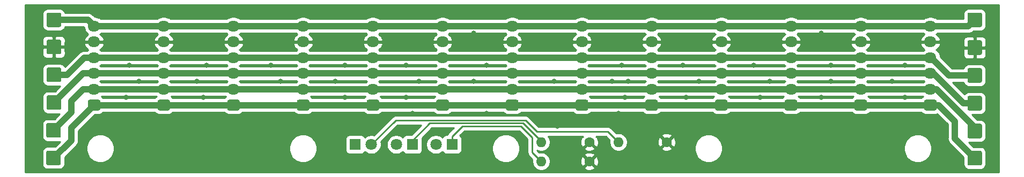
<source format=gbr>
%TF.GenerationSoftware,KiCad,Pcbnew,5.1.9+dfsg1-1~bpo10+1*%
%TF.CreationDate,2022-05-16T17:10:37+08:00*%
%TF.ProjectId,BusBoard,42757342-6f61-4726-942e-6b696361645f,rev?*%
%TF.SameCoordinates,Original*%
%TF.FileFunction,Copper,L1,Top*%
%TF.FilePolarity,Positive*%
%FSLAX46Y46*%
G04 Gerber Fmt 4.6, Leading zero omitted, Abs format (unit mm)*
G04 Created by KiCad (PCBNEW 5.1.9+dfsg1-1~bpo10+1) date 2022-05-16 17:10:37*
%MOMM*%
%LPD*%
G01*
G04 APERTURE LIST*
%TA.AperFunction,ComponentPad*%
%ADD10R,1.800000X1.800000*%
%TD*%
%TA.AperFunction,ComponentPad*%
%ADD11C,1.800000*%
%TD*%
%TA.AperFunction,ComponentPad*%
%ADD12O,1.950000X1.700000*%
%TD*%
%TA.AperFunction,ComponentPad*%
%ADD13C,1.600000*%
%TD*%
%TA.AperFunction,ComponentPad*%
%ADD14O,1.600000X1.600000*%
%TD*%
%TA.AperFunction,ViaPad*%
%ADD15C,0.800000*%
%TD*%
%TA.AperFunction,Conductor*%
%ADD16C,0.250000*%
%TD*%
%TA.AperFunction,Conductor*%
%ADD17C,1.000000*%
%TD*%
%TA.AperFunction,Conductor*%
%ADD18C,0.254000*%
%TD*%
%TA.AperFunction,Conductor*%
%ADD19C,0.100000*%
%TD*%
G04 APERTURE END LIST*
D10*
%TO.P,D1,1*%
%TO.N,Net-(D1-Pad1)*%
X143234000Y-118242000D03*
D11*
%TO.P,D1,2*%
%TO.N,5V*%
X140694000Y-118242000D03*
%TD*%
%TO.P,D2,2*%
%TO.N,POS_12V*%
X146944000Y-118242000D03*
D10*
%TO.P,D2,1*%
%TO.N,Net-(D2-Pad1)*%
X149484000Y-118242000D03*
%TD*%
%TO.P,D3,1*%
%TO.N,NEG_12V*%
X134234000Y-118242000D03*
D11*
%TO.P,D3,2*%
%TO.N,Net-(D3-Pad2)*%
X136774000Y-118242000D03*
%TD*%
%TO.P,J3,1*%
%TO.N,GATE*%
%TA.AperFunction,ComponentPad*%
G36*
G01*
X93725000Y-112850000D02*
X92275000Y-112850000D01*
G75*
G02*
X92025000Y-112600000I0J250000D01*
G01*
X92025000Y-111400000D01*
G75*
G02*
X92275000Y-111150000I250000J0D01*
G01*
X93725000Y-111150000D01*
G75*
G02*
X93975000Y-111400000I0J-250000D01*
G01*
X93975000Y-112600000D01*
G75*
G02*
X93725000Y-112850000I-250000J0D01*
G01*
G37*
%TD.AperFunction*%
D12*
%TO.P,J3,2*%
%TO.N,CV*%
X93000000Y-109500000D03*
%TO.P,J3,3*%
%TO.N,5V*%
X93000000Y-107000000D03*
%TO.P,J3,4*%
%TO.N,POS_12V*%
X93000000Y-104500000D03*
%TO.P,J3,5*%
%TO.N,GND*%
X93000000Y-102000000D03*
%TO.P,J3,6*%
%TO.N,NEG_12V*%
X93000000Y-99500000D03*
%TD*%
%TO.P,J4,6*%
%TO.N,NEG_12V*%
X104000000Y-99500000D03*
%TO.P,J4,5*%
%TO.N,GND*%
X104000000Y-102000000D03*
%TO.P,J4,4*%
%TO.N,POS_12V*%
X104000000Y-104500000D03*
%TO.P,J4,3*%
%TO.N,5V*%
X104000000Y-107000000D03*
%TO.P,J4,2*%
%TO.N,CV*%
X104000000Y-109500000D03*
%TO.P,J4,1*%
%TO.N,GATE*%
%TA.AperFunction,ComponentPad*%
G36*
G01*
X104725000Y-112850000D02*
X103275000Y-112850000D01*
G75*
G02*
X103025000Y-112600000I0J250000D01*
G01*
X103025000Y-111400000D01*
G75*
G02*
X103275000Y-111150000I250000J0D01*
G01*
X104725000Y-111150000D01*
G75*
G02*
X104975000Y-111400000I0J-250000D01*
G01*
X104975000Y-112600000D01*
G75*
G02*
X104725000Y-112850000I-250000J0D01*
G01*
G37*
%TD.AperFunction*%
%TD*%
%TO.P,J7,1*%
%TO.N,GATE*%
%TA.AperFunction,ComponentPad*%
G36*
G01*
X115725000Y-112850000D02*
X114275000Y-112850000D01*
G75*
G02*
X114025000Y-112600000I0J250000D01*
G01*
X114025000Y-111400000D01*
G75*
G02*
X114275000Y-111150000I250000J0D01*
G01*
X115725000Y-111150000D01*
G75*
G02*
X115975000Y-111400000I0J-250000D01*
G01*
X115975000Y-112600000D01*
G75*
G02*
X115725000Y-112850000I-250000J0D01*
G01*
G37*
%TD.AperFunction*%
%TO.P,J7,2*%
%TO.N,CV*%
X115000000Y-109500000D03*
%TO.P,J7,3*%
%TO.N,5V*%
X115000000Y-107000000D03*
%TO.P,J7,4*%
%TO.N,POS_12V*%
X115000000Y-104500000D03*
%TO.P,J7,5*%
%TO.N,GND*%
X115000000Y-102000000D03*
%TO.P,J7,6*%
%TO.N,NEG_12V*%
X115000000Y-99500000D03*
%TD*%
%TO.P,J10,6*%
%TO.N,NEG_12V*%
X181000000Y-99500000D03*
%TO.P,J10,5*%
%TO.N,GND*%
X181000000Y-102000000D03*
%TO.P,J10,4*%
%TO.N,POS_12V*%
X181000000Y-104500000D03*
%TO.P,J10,3*%
%TO.N,5V*%
X181000000Y-107000000D03*
%TO.P,J10,2*%
%TO.N,CV*%
X181000000Y-109500000D03*
%TO.P,J10,1*%
%TO.N,GATE*%
%TA.AperFunction,ComponentPad*%
G36*
G01*
X181725000Y-112850000D02*
X180275000Y-112850000D01*
G75*
G02*
X180025000Y-112600000I0J250000D01*
G01*
X180025000Y-111400000D01*
G75*
G02*
X180275000Y-111150000I250000J0D01*
G01*
X181725000Y-111150000D01*
G75*
G02*
X181975000Y-111400000I0J-250000D01*
G01*
X181975000Y-112600000D01*
G75*
G02*
X181725000Y-112850000I-250000J0D01*
G01*
G37*
%TD.AperFunction*%
%TD*%
%TO.P,J13,1*%
%TO.N,GATE*%
%TA.AperFunction,ComponentPad*%
G36*
G01*
X192725000Y-112850000D02*
X191275000Y-112850000D01*
G75*
G02*
X191025000Y-112600000I0J250000D01*
G01*
X191025000Y-111400000D01*
G75*
G02*
X191275000Y-111150000I250000J0D01*
G01*
X192725000Y-111150000D01*
G75*
G02*
X192975000Y-111400000I0J-250000D01*
G01*
X192975000Y-112600000D01*
G75*
G02*
X192725000Y-112850000I-250000J0D01*
G01*
G37*
%TD.AperFunction*%
%TO.P,J13,2*%
%TO.N,CV*%
X192000000Y-109500000D03*
%TO.P,J13,3*%
%TO.N,5V*%
X192000000Y-107000000D03*
%TO.P,J13,4*%
%TO.N,POS_12V*%
X192000000Y-104500000D03*
%TO.P,J13,5*%
%TO.N,GND*%
X192000000Y-102000000D03*
%TO.P,J13,6*%
%TO.N,NEG_12V*%
X192000000Y-99500000D03*
%TD*%
%TO.P,J14,6*%
%TO.N,NEG_12V*%
X203000000Y-99500000D03*
%TO.P,J14,5*%
%TO.N,GND*%
X203000000Y-102000000D03*
%TO.P,J14,4*%
%TO.N,POS_12V*%
X203000000Y-104500000D03*
%TO.P,J14,3*%
%TO.N,5V*%
X203000000Y-107000000D03*
%TO.P,J14,2*%
%TO.N,CV*%
X203000000Y-109500000D03*
%TO.P,J14,1*%
%TO.N,GATE*%
%TA.AperFunction,ComponentPad*%
G36*
G01*
X203725000Y-112850000D02*
X202275000Y-112850000D01*
G75*
G02*
X202025000Y-112600000I0J250000D01*
G01*
X202025000Y-111400000D01*
G75*
G02*
X202275000Y-111150000I250000J0D01*
G01*
X203725000Y-111150000D01*
G75*
G02*
X203975000Y-111400000I0J-250000D01*
G01*
X203975000Y-112600000D01*
G75*
G02*
X203725000Y-112850000I-250000J0D01*
G01*
G37*
%TD.AperFunction*%
%TD*%
%TO.P,J17,1*%
%TO.N,GATE*%
%TA.AperFunction,ComponentPad*%
G36*
G01*
X214725000Y-112850000D02*
X213275000Y-112850000D01*
G75*
G02*
X213025000Y-112600000I0J250000D01*
G01*
X213025000Y-111400000D01*
G75*
G02*
X213275000Y-111150000I250000J0D01*
G01*
X214725000Y-111150000D01*
G75*
G02*
X214975000Y-111400000I0J-250000D01*
G01*
X214975000Y-112600000D01*
G75*
G02*
X214725000Y-112850000I-250000J0D01*
G01*
G37*
%TD.AperFunction*%
%TO.P,J17,2*%
%TO.N,CV*%
X214000000Y-109500000D03*
%TO.P,J17,3*%
%TO.N,5V*%
X214000000Y-107000000D03*
%TO.P,J17,4*%
%TO.N,POS_12V*%
X214000000Y-104500000D03*
%TO.P,J17,5*%
%TO.N,GND*%
X214000000Y-102000000D03*
%TO.P,J17,6*%
%TO.N,NEG_12V*%
X214000000Y-99500000D03*
%TD*%
%TO.P,J18,6*%
%TO.N,NEG_12V*%
X170000000Y-99500000D03*
%TO.P,J18,5*%
%TO.N,GND*%
X170000000Y-102000000D03*
%TO.P,J18,4*%
%TO.N,POS_12V*%
X170000000Y-104500000D03*
%TO.P,J18,3*%
%TO.N,5V*%
X170000000Y-107000000D03*
%TO.P,J18,2*%
%TO.N,CV*%
X170000000Y-109500000D03*
%TO.P,J18,1*%
%TO.N,GATE*%
%TA.AperFunction,ComponentPad*%
G36*
G01*
X170725000Y-112850000D02*
X169275000Y-112850000D01*
G75*
G02*
X169025000Y-112600000I0J250000D01*
G01*
X169025000Y-111400000D01*
G75*
G02*
X169275000Y-111150000I250000J0D01*
G01*
X170725000Y-111150000D01*
G75*
G02*
X170975000Y-111400000I0J-250000D01*
G01*
X170975000Y-112600000D01*
G75*
G02*
X170725000Y-112850000I-250000J0D01*
G01*
G37*
%TD.AperFunction*%
%TD*%
%TO.P,J19,1*%
%TO.N,GATE*%
%TA.AperFunction,ComponentPad*%
G36*
G01*
X159725000Y-112850000D02*
X158275000Y-112850000D01*
G75*
G02*
X158025000Y-112600000I0J250000D01*
G01*
X158025000Y-111400000D01*
G75*
G02*
X158275000Y-111150000I250000J0D01*
G01*
X159725000Y-111150000D01*
G75*
G02*
X159975000Y-111400000I0J-250000D01*
G01*
X159975000Y-112600000D01*
G75*
G02*
X159725000Y-112850000I-250000J0D01*
G01*
G37*
%TD.AperFunction*%
%TO.P,J19,2*%
%TO.N,CV*%
X159000000Y-109500000D03*
%TO.P,J19,3*%
%TO.N,5V*%
X159000000Y-107000000D03*
%TO.P,J19,4*%
%TO.N,POS_12V*%
X159000000Y-104500000D03*
%TO.P,J19,5*%
%TO.N,GND*%
X159000000Y-102000000D03*
%TO.P,J19,6*%
%TO.N,NEG_12V*%
X159000000Y-99500000D03*
%TD*%
%TO.P,J20,6*%
%TO.N,NEG_12V*%
X225000000Y-99500000D03*
%TO.P,J20,5*%
%TO.N,GND*%
X225000000Y-102000000D03*
%TO.P,J20,4*%
%TO.N,POS_12V*%
X225000000Y-104500000D03*
%TO.P,J20,3*%
%TO.N,5V*%
X225000000Y-107000000D03*
%TO.P,J20,2*%
%TO.N,CV*%
X225000000Y-109500000D03*
%TO.P,J20,1*%
%TO.N,GATE*%
%TA.AperFunction,ComponentPad*%
G36*
G01*
X225725000Y-112850000D02*
X224275000Y-112850000D01*
G75*
G02*
X224025000Y-112600000I0J250000D01*
G01*
X224025000Y-111400000D01*
G75*
G02*
X224275000Y-111150000I250000J0D01*
G01*
X225725000Y-111150000D01*
G75*
G02*
X225975000Y-111400000I0J-250000D01*
G01*
X225975000Y-112600000D01*
G75*
G02*
X225725000Y-112850000I-250000J0D01*
G01*
G37*
%TD.AperFunction*%
%TD*%
%TO.P,J21,1*%
%TO.N,GATE*%
%TA.AperFunction,ComponentPad*%
G36*
G01*
X148725000Y-112850000D02*
X147275000Y-112850000D01*
G75*
G02*
X147025000Y-112600000I0J250000D01*
G01*
X147025000Y-111400000D01*
G75*
G02*
X147275000Y-111150000I250000J0D01*
G01*
X148725000Y-111150000D01*
G75*
G02*
X148975000Y-111400000I0J-250000D01*
G01*
X148975000Y-112600000D01*
G75*
G02*
X148725000Y-112850000I-250000J0D01*
G01*
G37*
%TD.AperFunction*%
%TO.P,J21,2*%
%TO.N,CV*%
X148000000Y-109500000D03*
%TO.P,J21,3*%
%TO.N,5V*%
X148000000Y-107000000D03*
%TO.P,J21,4*%
%TO.N,POS_12V*%
X148000000Y-104500000D03*
%TO.P,J21,5*%
%TO.N,GND*%
X148000000Y-102000000D03*
%TO.P,J21,6*%
%TO.N,NEG_12V*%
X148000000Y-99500000D03*
%TD*%
%TO.P,J22,6*%
%TO.N,NEG_12V*%
X126000000Y-99500000D03*
%TO.P,J22,5*%
%TO.N,GND*%
X126000000Y-102000000D03*
%TO.P,J22,4*%
%TO.N,POS_12V*%
X126000000Y-104500000D03*
%TO.P,J22,3*%
%TO.N,5V*%
X126000000Y-107000000D03*
%TO.P,J22,2*%
%TO.N,CV*%
X126000000Y-109500000D03*
%TO.P,J22,1*%
%TO.N,GATE*%
%TA.AperFunction,ComponentPad*%
G36*
G01*
X126725000Y-112850000D02*
X125275000Y-112850000D01*
G75*
G02*
X125025000Y-112600000I0J250000D01*
G01*
X125025000Y-111400000D01*
G75*
G02*
X125275000Y-111150000I250000J0D01*
G01*
X126725000Y-111150000D01*
G75*
G02*
X126975000Y-111400000I0J-250000D01*
G01*
X126975000Y-112600000D01*
G75*
G02*
X126725000Y-112850000I-250000J0D01*
G01*
G37*
%TD.AperFunction*%
%TD*%
%TO.P,J23,1*%
%TO.N,GATE*%
%TA.AperFunction,ComponentPad*%
G36*
G01*
X137725000Y-112850000D02*
X136275000Y-112850000D01*
G75*
G02*
X136025000Y-112600000I0J250000D01*
G01*
X136025000Y-111400000D01*
G75*
G02*
X136275000Y-111150000I250000J0D01*
G01*
X137725000Y-111150000D01*
G75*
G02*
X137975000Y-111400000I0J-250000D01*
G01*
X137975000Y-112600000D01*
G75*
G02*
X137725000Y-112850000I-250000J0D01*
G01*
G37*
%TD.AperFunction*%
%TO.P,J23,2*%
%TO.N,CV*%
X137000000Y-109500000D03*
%TO.P,J23,3*%
%TO.N,5V*%
X137000000Y-107000000D03*
%TO.P,J23,4*%
%TO.N,POS_12V*%
X137000000Y-104500000D03*
%TO.P,J23,5*%
%TO.N,GND*%
X137000000Y-102000000D03*
%TO.P,J23,6*%
%TO.N,NEG_12V*%
X137000000Y-99500000D03*
%TD*%
D13*
%TO.P,R1,1*%
%TO.N,GND*%
X171196000Y-117856000D03*
D14*
%TO.P,R1,2*%
%TO.N,Net-(D1-Pad1)*%
X163576000Y-117856000D03*
%TD*%
%TO.P,R2,2*%
%TO.N,Net-(D2-Pad1)*%
X163576000Y-120904000D03*
D13*
%TO.P,R2,1*%
%TO.N,GND*%
X171196000Y-120904000D03*
%TD*%
D14*
%TO.P,R3,2*%
%TO.N,Net-(D3-Pad2)*%
X175768000Y-117856000D03*
D13*
%TO.P,R3,1*%
%TO.N,GND*%
X183388000Y-117856000D03*
%TD*%
%TO.P,J1,1*%
%TO.N,5V*%
%TA.AperFunction,ComponentPad*%
G36*
G01*
X85749999Y-110450000D02*
X87550001Y-110450000D01*
G75*
G02*
X87800000Y-110699999I0J-249999D01*
G01*
X87800000Y-112500001D01*
G75*
G02*
X87550001Y-112750000I-249999J0D01*
G01*
X85749999Y-112750000D01*
G75*
G02*
X85500000Y-112500001I0J249999D01*
G01*
X85500000Y-110699999D01*
G75*
G02*
X85749999Y-110450000I249999J0D01*
G01*
G37*
%TD.AperFunction*%
%TD*%
%TO.P,J2,1*%
%TO.N,5V*%
%TA.AperFunction,ComponentPad*%
G36*
G01*
X231099999Y-110550000D02*
X232900001Y-110550000D01*
G75*
G02*
X233150000Y-110799999I0J-249999D01*
G01*
X233150000Y-112600001D01*
G75*
G02*
X232900001Y-112850000I-249999J0D01*
G01*
X231099999Y-112850000D01*
G75*
G02*
X230850000Y-112600001I0J249999D01*
G01*
X230850000Y-110799999D01*
G75*
G02*
X231099999Y-110550000I249999J0D01*
G01*
G37*
%TD.AperFunction*%
%TD*%
%TO.P,J5,1*%
%TO.N,GATE*%
%TA.AperFunction,ComponentPad*%
G36*
G01*
X85699999Y-119210000D02*
X87500001Y-119210000D01*
G75*
G02*
X87750000Y-119459999I0J-249999D01*
G01*
X87750000Y-121260001D01*
G75*
G02*
X87500001Y-121510000I-249999J0D01*
G01*
X85699999Y-121510000D01*
G75*
G02*
X85450000Y-121260001I0J249999D01*
G01*
X85450000Y-119459999D01*
G75*
G02*
X85699999Y-119210000I249999J0D01*
G01*
G37*
%TD.AperFunction*%
%TD*%
%TO.P,J6,1*%
%TO.N,GATE*%
%TA.AperFunction,ComponentPad*%
G36*
G01*
X231099999Y-119250000D02*
X232900001Y-119250000D01*
G75*
G02*
X233150000Y-119499999I0J-249999D01*
G01*
X233150000Y-121300001D01*
G75*
G02*
X232900001Y-121550000I-249999J0D01*
G01*
X231099999Y-121550000D01*
G75*
G02*
X230850000Y-121300001I0J249999D01*
G01*
X230850000Y-119499999D01*
G75*
G02*
X231099999Y-119250000I249999J0D01*
G01*
G37*
%TD.AperFunction*%
%TD*%
%TO.P,J8,1*%
%TO.N,POS_12V*%
%TA.AperFunction,ComponentPad*%
G36*
G01*
X85749999Y-106050000D02*
X87550001Y-106050000D01*
G75*
G02*
X87800000Y-106299999I0J-249999D01*
G01*
X87800000Y-108100001D01*
G75*
G02*
X87550001Y-108350000I-249999J0D01*
G01*
X85749999Y-108350000D01*
G75*
G02*
X85500000Y-108100001I0J249999D01*
G01*
X85500000Y-106299999D01*
G75*
G02*
X85749999Y-106050000I249999J0D01*
G01*
G37*
%TD.AperFunction*%
%TD*%
%TO.P,J9,1*%
%TO.N,POS_12V*%
%TA.AperFunction,ComponentPad*%
G36*
G01*
X231099999Y-106150000D02*
X232900001Y-106150000D01*
G75*
G02*
X233150000Y-106399999I0J-249999D01*
G01*
X233150000Y-108200001D01*
G75*
G02*
X232900001Y-108450000I-249999J0D01*
G01*
X231099999Y-108450000D01*
G75*
G02*
X230850000Y-108200001I0J249999D01*
G01*
X230850000Y-106399999D01*
G75*
G02*
X231099999Y-106150000I249999J0D01*
G01*
G37*
%TD.AperFunction*%
%TD*%
%TO.P,J11,1*%
%TO.N,CV*%
%TA.AperFunction,ComponentPad*%
G36*
G01*
X87500001Y-117150000D02*
X85699999Y-117150000D01*
G75*
G02*
X85450000Y-116900001I0J249999D01*
G01*
X85450000Y-115099999D01*
G75*
G02*
X85699999Y-114850000I249999J0D01*
G01*
X87500001Y-114850000D01*
G75*
G02*
X87750000Y-115099999I0J-249999D01*
G01*
X87750000Y-116900001D01*
G75*
G02*
X87500001Y-117150000I-249999J0D01*
G01*
G37*
%TD.AperFunction*%
%TD*%
%TO.P,J12,1*%
%TO.N,CV*%
%TA.AperFunction,ComponentPad*%
G36*
G01*
X231099999Y-114950000D02*
X232900001Y-114950000D01*
G75*
G02*
X233150000Y-115199999I0J-249999D01*
G01*
X233150000Y-117000001D01*
G75*
G02*
X232900001Y-117250000I-249999J0D01*
G01*
X231099999Y-117250000D01*
G75*
G02*
X230850000Y-117000001I0J249999D01*
G01*
X230850000Y-115199999D01*
G75*
G02*
X231099999Y-114950000I249999J0D01*
G01*
G37*
%TD.AperFunction*%
%TD*%
%TO.P,J15,1*%
%TO.N,NEG_12V*%
%TA.AperFunction,ComponentPad*%
G36*
G01*
X85749999Y-97350000D02*
X87550001Y-97350000D01*
G75*
G02*
X87800000Y-97599999I0J-249999D01*
G01*
X87800000Y-99400001D01*
G75*
G02*
X87550001Y-99650000I-249999J0D01*
G01*
X85749999Y-99650000D01*
G75*
G02*
X85500000Y-99400001I0J249999D01*
G01*
X85500000Y-97599999D01*
G75*
G02*
X85749999Y-97350000I249999J0D01*
G01*
G37*
%TD.AperFunction*%
%TD*%
%TO.P,J16,1*%
%TO.N,NEG_12V*%
%TA.AperFunction,ComponentPad*%
G36*
G01*
X231099999Y-97350000D02*
X232900001Y-97350000D01*
G75*
G02*
X233150000Y-97599999I0J-249999D01*
G01*
X233150000Y-99400001D01*
G75*
G02*
X232900001Y-99650000I-249999J0D01*
G01*
X231099999Y-99650000D01*
G75*
G02*
X230850000Y-99400001I0J249999D01*
G01*
X230850000Y-97599999D01*
G75*
G02*
X231099999Y-97350000I249999J0D01*
G01*
G37*
%TD.AperFunction*%
%TD*%
%TO.P,J24,1*%
%TO.N,GND*%
%TA.AperFunction,ComponentPad*%
G36*
G01*
X85749999Y-101650000D02*
X87550001Y-101650000D01*
G75*
G02*
X87800000Y-101899999I0J-249999D01*
G01*
X87800000Y-103700001D01*
G75*
G02*
X87550001Y-103950000I-249999J0D01*
G01*
X85749999Y-103950000D01*
G75*
G02*
X85500000Y-103700001I0J249999D01*
G01*
X85500000Y-101899999D01*
G75*
G02*
X85749999Y-101650000I249999J0D01*
G01*
G37*
%TD.AperFunction*%
%TD*%
%TO.P,J25,1*%
%TO.N,GND*%
%TA.AperFunction,ComponentPad*%
G36*
G01*
X231099999Y-101750000D02*
X232900001Y-101750000D01*
G75*
G02*
X233150000Y-101999999I0J-249999D01*
G01*
X233150000Y-103800001D01*
G75*
G02*
X232900001Y-104050000I-249999J0D01*
G01*
X231099999Y-104050000D01*
G75*
G02*
X230850000Y-103800001I0J249999D01*
G01*
X230850000Y-101999999D01*
G75*
G02*
X231099999Y-101750000I249999J0D01*
G01*
G37*
%TD.AperFunction*%
%TD*%
D15*
%TO.N,GND*%
X109220000Y-101092000D03*
X110744000Y-103124000D03*
X110744000Y-105664000D03*
X109220000Y-108204000D03*
X110236000Y-110744000D03*
X98044000Y-101092000D03*
X99568000Y-103124000D03*
X98552000Y-105664000D03*
X100076000Y-108204000D03*
X98044000Y-110744000D03*
X98552000Y-114808000D03*
X98552000Y-118872000D03*
X100076000Y-120396000D03*
X110744000Y-120396000D03*
X109728000Y-115824000D03*
X118872000Y-116332000D03*
X117856000Y-120396000D03*
X119888000Y-120396000D03*
X120904000Y-118364000D03*
X121920000Y-113792000D03*
X120904000Y-105664000D03*
X122428000Y-108204000D03*
X120396000Y-103124000D03*
X121920000Y-101600000D03*
X131064000Y-103124000D03*
X133096000Y-102616000D03*
X131572000Y-101092000D03*
X132588000Y-105664000D03*
X131064000Y-108204000D03*
X132588000Y-110744000D03*
X131572000Y-114808000D03*
X131064000Y-118364000D03*
X132080000Y-121412000D03*
X152908000Y-116840000D03*
X151892000Y-119888000D03*
X153924000Y-121412000D03*
X144780000Y-121412000D03*
X138684000Y-121920000D03*
X138684000Y-119380000D03*
X143256000Y-113284000D03*
X142240000Y-110744000D03*
X144272000Y-108204000D03*
X142240000Y-105664000D03*
X143764000Y-102616000D03*
X142748000Y-101092000D03*
X152908000Y-100584000D03*
X154940000Y-101600000D03*
X153416000Y-102616000D03*
X154940000Y-96520000D03*
X153416000Y-98044000D03*
X142748000Y-98044000D03*
X142240000Y-97028000D03*
X131572000Y-97536000D03*
X133096000Y-97028000D03*
X119380000Y-98044000D03*
X121920000Y-97536000D03*
X110744000Y-98044000D03*
X109220000Y-97536000D03*
X100076000Y-97536000D03*
X98044000Y-97536000D03*
X165608000Y-108204000D03*
X152908000Y-108204000D03*
X154940000Y-105664000D03*
X154940000Y-113284000D03*
X166624000Y-102108000D03*
X164592000Y-103124000D03*
X163576000Y-101092000D03*
X175768000Y-101092000D03*
X176276000Y-102108000D03*
X177800000Y-103124000D03*
X176276000Y-105664000D03*
X174752000Y-108204000D03*
X177292000Y-108204000D03*
X176784000Y-110744000D03*
X175768000Y-113284000D03*
X176784000Y-115316000D03*
X164592000Y-114300000D03*
X166116000Y-115316000D03*
X167640000Y-118364000D03*
X167640000Y-120904000D03*
X177292000Y-120904000D03*
X182372000Y-120396000D03*
X174244000Y-121920000D03*
X174244000Y-120396000D03*
X179324000Y-117856000D03*
X181864000Y-115316000D03*
X186944000Y-115316000D03*
X186944000Y-113792000D03*
X184912000Y-119888000D03*
X186436000Y-110744000D03*
X188468000Y-108204000D03*
X185928000Y-105664000D03*
X187960000Y-102616000D03*
X186436000Y-101092000D03*
X197612000Y-101092000D03*
X199644000Y-102108000D03*
X195072000Y-103124000D03*
X197104000Y-105664000D03*
X199644000Y-108204000D03*
X198120000Y-110744000D03*
X196596000Y-114808000D03*
X200152000Y-114808000D03*
X195072000Y-120396000D03*
X208280000Y-113792000D03*
X207772000Y-116840000D03*
X203708000Y-118872000D03*
X215900000Y-119888000D03*
X218440000Y-116840000D03*
X207772000Y-119888000D03*
X200152000Y-120904000D03*
X213360000Y-115824000D03*
X221488000Y-113792000D03*
X218948000Y-114300000D03*
X207772000Y-110744000D03*
X209296000Y-108204000D03*
X209296000Y-105664000D03*
X209296000Y-102616000D03*
X211328000Y-103124000D03*
X207772000Y-100584000D03*
X216408000Y-101600000D03*
X218948000Y-101600000D03*
X219964000Y-103124000D03*
X221488000Y-101600000D03*
X220980000Y-105664000D03*
X218948000Y-108204000D03*
X220980000Y-110744000D03*
X227076000Y-115316000D03*
X227076000Y-118364000D03*
X229108000Y-120396000D03*
X227076000Y-121920000D03*
X228600000Y-102108000D03*
X229108000Y-104648000D03*
X234696000Y-100076000D03*
X235204000Y-103632000D03*
X234188000Y-107188000D03*
X235204000Y-111252000D03*
X235204000Y-113792000D03*
X234696000Y-116840000D03*
X235204000Y-118872000D03*
X225552000Y-97536000D03*
X209804000Y-98044000D03*
X207772000Y-97028000D03*
X199136000Y-97028000D03*
X197612000Y-98044000D03*
X187960000Y-98044000D03*
X186436000Y-97028000D03*
X175768000Y-98044000D03*
X163576000Y-97536000D03*
X167132000Y-97028000D03*
X100076000Y-101092000D03*
X220345000Y-97155000D03*
%TD*%
D16*
%TO.N,Net-(D1-Pad1)*%
X143234000Y-117600000D02*
X143234000Y-118242000D01*
X145968011Y-114865989D02*
X143234000Y-117600000D01*
X160712989Y-114865989D02*
X145968011Y-114865989D01*
X163576000Y-117856000D02*
X163576000Y-117729000D01*
X163576000Y-117729000D02*
X160712989Y-114865989D01*
D17*
%TO.N,5V*%
X225000000Y-107000000D02*
X93000000Y-107000000D01*
X91247000Y-107000000D02*
X93000000Y-107000000D01*
X86650000Y-111600000D02*
X86650000Y-111597000D01*
X86650000Y-111597000D02*
X91247000Y-107000000D01*
X230191000Y-111700000D02*
X232000000Y-111700000D01*
X225000000Y-107000000D02*
X225491000Y-107000000D01*
X225491000Y-107000000D02*
X230191000Y-111700000D01*
%TO.N,POS_12V*%
X91461000Y-104500000D02*
X93000000Y-104500000D01*
X86650000Y-107200000D02*
X88761000Y-107200000D01*
X88761000Y-107200000D02*
X91461000Y-104500000D01*
X227950000Y-107300000D02*
X232000000Y-107300000D01*
X225000000Y-104500000D02*
X225150000Y-104500000D01*
X225150000Y-104500000D02*
X227950000Y-107300000D01*
X225000000Y-104500000D02*
X93000000Y-104500000D01*
D16*
%TO.N,Net-(D2-Pad1)*%
X162179000Y-119507000D02*
X163576000Y-120904000D01*
X162179000Y-117094000D02*
X162179000Y-119507000D01*
X160401000Y-115316000D02*
X162179000Y-117094000D01*
X151130000Y-115316000D02*
X160401000Y-115316000D01*
X149484000Y-118242000D02*
X149484000Y-116962000D01*
X149484000Y-116962000D02*
X151130000Y-115316000D01*
D17*
%TO.N,NEG_12V*%
X231000000Y-99500000D02*
X232000000Y-98500000D01*
X225000000Y-99500000D02*
X231000000Y-99500000D01*
X92000000Y-98500000D02*
X93000000Y-99500000D01*
X86650000Y-98500000D02*
X92000000Y-98500000D01*
X103983999Y-99483999D02*
X104000000Y-99500000D01*
X99531998Y-99500000D02*
X99547999Y-99483999D01*
X99547999Y-99483999D02*
X103983999Y-99483999D01*
X93000000Y-99500000D02*
X99531998Y-99500000D01*
X104000000Y-99500000D02*
X137000000Y-99500000D01*
X148000000Y-99500000D02*
X137000000Y-99500000D01*
X213983999Y-99483999D02*
X214000000Y-99500000D01*
X148016001Y-99483999D02*
X213983999Y-99483999D01*
X148000000Y-99500000D02*
X148016001Y-99483999D01*
X225000000Y-99500000D02*
X214000000Y-99500000D01*
D16*
%TO.N,Net-(D3-Pad2)*%
X161088478Y-114415978D02*
X162877500Y-116205000D01*
X174117000Y-116205000D02*
X175768000Y-117856000D01*
X162877500Y-116205000D02*
X174117000Y-116205000D01*
X136774000Y-118242000D02*
X140600022Y-114415978D01*
X140600022Y-114415978D02*
X161088478Y-114415978D01*
D17*
%TO.N,GATE*%
X225000000Y-112000000D02*
X93000000Y-112000000D01*
X89408000Y-117602000D02*
X86650000Y-120360000D01*
X86650000Y-120360000D02*
X86600000Y-120360000D01*
X93000000Y-112000000D02*
X89408000Y-115592000D01*
X89408000Y-115592000D02*
X89408000Y-117602000D01*
X228854000Y-114554000D02*
X228854000Y-117254000D01*
X225000000Y-112000000D02*
X226300000Y-112000000D01*
X228854000Y-117254000D02*
X232000000Y-120400000D01*
X226300000Y-112000000D02*
X228854000Y-114554000D01*
%TO.N,CV*%
X225000000Y-109500000D02*
X93000000Y-109500000D01*
X86600000Y-115965000D02*
X86600000Y-116000000D01*
X89408000Y-113157000D02*
X86600000Y-115965000D01*
X89408000Y-111379000D02*
X89408000Y-113157000D01*
X93000000Y-109500000D02*
X91287000Y-109500000D01*
X91287000Y-109500000D02*
X89408000Y-111379000D01*
X232000000Y-115541000D02*
X232000000Y-116100000D01*
X225000000Y-109500000D02*
X225959000Y-109500000D01*
X225959000Y-109500000D02*
X232000000Y-115541000D01*
%TD*%
D18*
%TO.N,GND*%
X235840000Y-122590000D02*
X82127000Y-122590000D01*
X82127000Y-115099999D01*
X84811928Y-115099999D01*
X84811928Y-116900001D01*
X84828992Y-117073255D01*
X84879528Y-117239851D01*
X84961595Y-117393387D01*
X85072038Y-117527962D01*
X85206613Y-117638405D01*
X85360149Y-117720472D01*
X85526745Y-117771008D01*
X85699999Y-117788072D01*
X87500001Y-117788072D01*
X87629556Y-117775312D01*
X86832941Y-118571928D01*
X85699999Y-118571928D01*
X85526745Y-118588992D01*
X85360149Y-118639528D01*
X85206613Y-118721595D01*
X85072038Y-118832038D01*
X84961595Y-118966613D01*
X84879528Y-119120149D01*
X84828992Y-119286745D01*
X84811928Y-119459999D01*
X84811928Y-121260001D01*
X84828992Y-121433255D01*
X84879528Y-121599851D01*
X84961595Y-121753387D01*
X85072038Y-121887962D01*
X85206613Y-121998405D01*
X85360149Y-122080472D01*
X85526745Y-122131008D01*
X85699999Y-122148072D01*
X87500001Y-122148072D01*
X87673255Y-122131008D01*
X87839851Y-122080472D01*
X87993387Y-121998405D01*
X88127962Y-121887962D01*
X88238405Y-121753387D01*
X88320472Y-121599851D01*
X88371008Y-121433255D01*
X88388072Y-121260001D01*
X88388072Y-120227059D01*
X89963259Y-118651872D01*
X91745000Y-118651872D01*
X91745000Y-119092128D01*
X91830890Y-119523925D01*
X91999369Y-119930669D01*
X92243962Y-120296729D01*
X92555271Y-120608038D01*
X92921331Y-120852631D01*
X93328075Y-121021110D01*
X93759872Y-121107000D01*
X94200128Y-121107000D01*
X94631925Y-121021110D01*
X95038669Y-120852631D01*
X95404729Y-120608038D01*
X95716038Y-120296729D01*
X95960631Y-119930669D01*
X96129110Y-119523925D01*
X96215000Y-119092128D01*
X96215000Y-118651872D01*
X123749000Y-118651872D01*
X123749000Y-119092128D01*
X123834890Y-119523925D01*
X124003369Y-119930669D01*
X124247962Y-120296729D01*
X124559271Y-120608038D01*
X124925331Y-120852631D01*
X125332075Y-121021110D01*
X125763872Y-121107000D01*
X126204128Y-121107000D01*
X126635925Y-121021110D01*
X127042669Y-120852631D01*
X127408729Y-120608038D01*
X127720038Y-120296729D01*
X127964631Y-119930669D01*
X128133110Y-119523925D01*
X128219000Y-119092128D01*
X128219000Y-118651872D01*
X128133110Y-118220075D01*
X127964631Y-117813331D01*
X127720038Y-117447271D01*
X127614767Y-117342000D01*
X132695928Y-117342000D01*
X132695928Y-119142000D01*
X132708188Y-119266482D01*
X132744498Y-119386180D01*
X132803463Y-119496494D01*
X132882815Y-119593185D01*
X132979506Y-119672537D01*
X133089820Y-119731502D01*
X133209518Y-119767812D01*
X133334000Y-119780072D01*
X135134000Y-119780072D01*
X135258482Y-119767812D01*
X135378180Y-119731502D01*
X135488494Y-119672537D01*
X135585185Y-119593185D01*
X135664537Y-119496494D01*
X135723502Y-119386180D01*
X135729056Y-119367873D01*
X135795495Y-119434312D01*
X136046905Y-119602299D01*
X136326257Y-119718011D01*
X136622816Y-119777000D01*
X136925184Y-119777000D01*
X137221743Y-119718011D01*
X137501095Y-119602299D01*
X137752505Y-119434312D01*
X137966312Y-119220505D01*
X138134299Y-118969095D01*
X138250011Y-118689743D01*
X138309000Y-118393184D01*
X138309000Y-118090816D01*
X138257731Y-117833070D01*
X140914824Y-115175978D01*
X144583220Y-115175978D01*
X143055271Y-116703928D01*
X142334000Y-116703928D01*
X142209518Y-116716188D01*
X142089820Y-116752498D01*
X141979506Y-116811463D01*
X141882815Y-116890815D01*
X141803463Y-116987506D01*
X141744498Y-117097820D01*
X141738944Y-117116127D01*
X141672505Y-117049688D01*
X141421095Y-116881701D01*
X141141743Y-116765989D01*
X140845184Y-116707000D01*
X140542816Y-116707000D01*
X140246257Y-116765989D01*
X139966905Y-116881701D01*
X139715495Y-117049688D01*
X139501688Y-117263495D01*
X139333701Y-117514905D01*
X139217989Y-117794257D01*
X139159000Y-118090816D01*
X139159000Y-118393184D01*
X139217989Y-118689743D01*
X139333701Y-118969095D01*
X139501688Y-119220505D01*
X139715495Y-119434312D01*
X139966905Y-119602299D01*
X140246257Y-119718011D01*
X140542816Y-119777000D01*
X140845184Y-119777000D01*
X141141743Y-119718011D01*
X141421095Y-119602299D01*
X141672505Y-119434312D01*
X141738944Y-119367873D01*
X141744498Y-119386180D01*
X141803463Y-119496494D01*
X141882815Y-119593185D01*
X141979506Y-119672537D01*
X142089820Y-119731502D01*
X142209518Y-119767812D01*
X142334000Y-119780072D01*
X144134000Y-119780072D01*
X144258482Y-119767812D01*
X144378180Y-119731502D01*
X144488494Y-119672537D01*
X144585185Y-119593185D01*
X144664537Y-119496494D01*
X144723502Y-119386180D01*
X144759812Y-119266482D01*
X144772072Y-119142000D01*
X144772072Y-117342000D01*
X144759812Y-117217518D01*
X144743862Y-117164939D01*
X146282814Y-115625989D01*
X149745210Y-115625989D01*
X148972998Y-116398201D01*
X148944000Y-116421999D01*
X148920202Y-116450997D01*
X148920201Y-116450998D01*
X148849026Y-116537724D01*
X148778454Y-116669754D01*
X148768088Y-116703928D01*
X148584000Y-116703928D01*
X148459518Y-116716188D01*
X148339820Y-116752498D01*
X148229506Y-116811463D01*
X148132815Y-116890815D01*
X148053463Y-116987506D01*
X147994498Y-117097820D01*
X147988944Y-117116127D01*
X147922505Y-117049688D01*
X147671095Y-116881701D01*
X147391743Y-116765989D01*
X147095184Y-116707000D01*
X146792816Y-116707000D01*
X146496257Y-116765989D01*
X146216905Y-116881701D01*
X145965495Y-117049688D01*
X145751688Y-117263495D01*
X145583701Y-117514905D01*
X145467989Y-117794257D01*
X145409000Y-118090816D01*
X145409000Y-118393184D01*
X145467989Y-118689743D01*
X145583701Y-118969095D01*
X145751688Y-119220505D01*
X145965495Y-119434312D01*
X146216905Y-119602299D01*
X146496257Y-119718011D01*
X146792816Y-119777000D01*
X147095184Y-119777000D01*
X147391743Y-119718011D01*
X147671095Y-119602299D01*
X147922505Y-119434312D01*
X147988944Y-119367873D01*
X147994498Y-119386180D01*
X148053463Y-119496494D01*
X148132815Y-119593185D01*
X148229506Y-119672537D01*
X148339820Y-119731502D01*
X148459518Y-119767812D01*
X148584000Y-119780072D01*
X150384000Y-119780072D01*
X150508482Y-119767812D01*
X150628180Y-119731502D01*
X150738494Y-119672537D01*
X150835185Y-119593185D01*
X150914537Y-119496494D01*
X150973502Y-119386180D01*
X151009812Y-119266482D01*
X151022072Y-119142000D01*
X151022072Y-118651872D01*
X155753000Y-118651872D01*
X155753000Y-119092128D01*
X155838890Y-119523925D01*
X156007369Y-119930669D01*
X156251962Y-120296729D01*
X156563271Y-120608038D01*
X156929331Y-120852631D01*
X157336075Y-121021110D01*
X157767872Y-121107000D01*
X158208128Y-121107000D01*
X158639925Y-121021110D01*
X159046669Y-120852631D01*
X159412729Y-120608038D01*
X159724038Y-120296729D01*
X159968631Y-119930669D01*
X160137110Y-119523925D01*
X160223000Y-119092128D01*
X160223000Y-118651872D01*
X160137110Y-118220075D01*
X159968631Y-117813331D01*
X159724038Y-117447271D01*
X159412729Y-117135962D01*
X159046669Y-116891369D01*
X158639925Y-116722890D01*
X158208128Y-116637000D01*
X157767872Y-116637000D01*
X157336075Y-116722890D01*
X156929331Y-116891369D01*
X156563271Y-117135962D01*
X156251962Y-117447271D01*
X156007369Y-117813331D01*
X155838890Y-118220075D01*
X155753000Y-118651872D01*
X151022072Y-118651872D01*
X151022072Y-117342000D01*
X151009812Y-117217518D01*
X150973502Y-117097820D01*
X150914537Y-116987506D01*
X150835185Y-116890815D01*
X150738494Y-116811463D01*
X150719494Y-116801307D01*
X151444802Y-116076000D01*
X160086199Y-116076000D01*
X161419000Y-117408802D01*
X161419001Y-119469668D01*
X161415324Y-119507000D01*
X161429998Y-119655985D01*
X161473454Y-119799246D01*
X161544026Y-119931276D01*
X161615201Y-120018002D01*
X161639000Y-120047001D01*
X161667998Y-120070799D01*
X162177312Y-120580114D01*
X162141000Y-120762665D01*
X162141000Y-121045335D01*
X162196147Y-121322574D01*
X162304320Y-121583727D01*
X162461363Y-121818759D01*
X162661241Y-122018637D01*
X162896273Y-122175680D01*
X163157426Y-122283853D01*
X163434665Y-122339000D01*
X163717335Y-122339000D01*
X163994574Y-122283853D01*
X164255727Y-122175680D01*
X164490759Y-122018637D01*
X164612694Y-121896702D01*
X170382903Y-121896702D01*
X170454486Y-122140671D01*
X170709996Y-122261571D01*
X170984184Y-122330300D01*
X171266512Y-122344217D01*
X171546130Y-122302787D01*
X171812292Y-122207603D01*
X171937514Y-122140671D01*
X172009097Y-121896702D01*
X171196000Y-121083605D01*
X170382903Y-121896702D01*
X164612694Y-121896702D01*
X164690637Y-121818759D01*
X164847680Y-121583727D01*
X164955853Y-121322574D01*
X165011000Y-121045335D01*
X165011000Y-120974512D01*
X169755783Y-120974512D01*
X169797213Y-121254130D01*
X169892397Y-121520292D01*
X169959329Y-121645514D01*
X170203298Y-121717097D01*
X171016395Y-120904000D01*
X171375605Y-120904000D01*
X172188702Y-121717097D01*
X172432671Y-121645514D01*
X172553571Y-121390004D01*
X172622300Y-121115816D01*
X172636217Y-120833488D01*
X172594787Y-120553870D01*
X172499603Y-120287708D01*
X172432671Y-120162486D01*
X172188702Y-120090903D01*
X171375605Y-120904000D01*
X171016395Y-120904000D01*
X170203298Y-120090903D01*
X169959329Y-120162486D01*
X169838429Y-120417996D01*
X169769700Y-120692184D01*
X169755783Y-120974512D01*
X165011000Y-120974512D01*
X165011000Y-120762665D01*
X164955853Y-120485426D01*
X164847680Y-120224273D01*
X164690637Y-119989241D01*
X164612694Y-119911298D01*
X170382903Y-119911298D01*
X171196000Y-120724395D01*
X172009097Y-119911298D01*
X171937514Y-119667329D01*
X171682004Y-119546429D01*
X171407816Y-119477700D01*
X171125488Y-119463783D01*
X170845870Y-119505213D01*
X170579708Y-119600397D01*
X170454486Y-119667329D01*
X170382903Y-119911298D01*
X164612694Y-119911298D01*
X164490759Y-119789363D01*
X164255727Y-119632320D01*
X163994574Y-119524147D01*
X163717335Y-119469000D01*
X163434665Y-119469000D01*
X163252114Y-119505312D01*
X162939000Y-119192199D01*
X162939000Y-119145378D01*
X163157426Y-119235853D01*
X163434665Y-119291000D01*
X163717335Y-119291000D01*
X163994574Y-119235853D01*
X164255727Y-119127680D01*
X164490759Y-118970637D01*
X164612694Y-118848702D01*
X170382903Y-118848702D01*
X170454486Y-119092671D01*
X170709996Y-119213571D01*
X170984184Y-119282300D01*
X171266512Y-119296217D01*
X171546130Y-119254787D01*
X171812292Y-119159603D01*
X171937514Y-119092671D01*
X172009097Y-118848702D01*
X171196000Y-118035605D01*
X170382903Y-118848702D01*
X164612694Y-118848702D01*
X164690637Y-118770759D01*
X164847680Y-118535727D01*
X164955853Y-118274574D01*
X165011000Y-117997335D01*
X165011000Y-117714665D01*
X164955853Y-117437426D01*
X164847680Y-117176273D01*
X164706512Y-116965000D01*
X170125393Y-116965000D01*
X170203296Y-117042903D01*
X169959329Y-117114486D01*
X169838429Y-117369996D01*
X169769700Y-117644184D01*
X169755783Y-117926512D01*
X169797213Y-118206130D01*
X169892397Y-118472292D01*
X169959329Y-118597514D01*
X170203298Y-118669097D01*
X171016395Y-117856000D01*
X171002253Y-117841858D01*
X171181858Y-117662253D01*
X171196000Y-117676395D01*
X171210143Y-117662253D01*
X171389748Y-117841858D01*
X171375605Y-117856000D01*
X172188702Y-118669097D01*
X172432671Y-118597514D01*
X172553571Y-118342004D01*
X172622300Y-118067816D01*
X172636217Y-117785488D01*
X172594787Y-117505870D01*
X172499603Y-117239708D01*
X172432671Y-117114486D01*
X172188704Y-117042903D01*
X172266607Y-116965000D01*
X173802199Y-116965000D01*
X174369312Y-117532114D01*
X174333000Y-117714665D01*
X174333000Y-117997335D01*
X174388147Y-118274574D01*
X174496320Y-118535727D01*
X174653363Y-118770759D01*
X174853241Y-118970637D01*
X175088273Y-119127680D01*
X175349426Y-119235853D01*
X175626665Y-119291000D01*
X175909335Y-119291000D01*
X176186574Y-119235853D01*
X176447727Y-119127680D01*
X176682759Y-118970637D01*
X176804694Y-118848702D01*
X182574903Y-118848702D01*
X182646486Y-119092671D01*
X182901996Y-119213571D01*
X183176184Y-119282300D01*
X183458512Y-119296217D01*
X183738130Y-119254787D01*
X184004292Y-119159603D01*
X184129514Y-119092671D01*
X184201097Y-118848702D01*
X183388000Y-118035605D01*
X182574903Y-118848702D01*
X176804694Y-118848702D01*
X176882637Y-118770759D01*
X177039680Y-118535727D01*
X177147853Y-118274574D01*
X177203000Y-117997335D01*
X177203000Y-117926512D01*
X181947783Y-117926512D01*
X181989213Y-118206130D01*
X182084397Y-118472292D01*
X182151329Y-118597514D01*
X182395298Y-118669097D01*
X183208395Y-117856000D01*
X183567605Y-117856000D01*
X184380702Y-118669097D01*
X184439408Y-118651872D01*
X187757000Y-118651872D01*
X187757000Y-119092128D01*
X187842890Y-119523925D01*
X188011369Y-119930669D01*
X188255962Y-120296729D01*
X188567271Y-120608038D01*
X188933331Y-120852631D01*
X189340075Y-121021110D01*
X189771872Y-121107000D01*
X190212128Y-121107000D01*
X190643925Y-121021110D01*
X191050669Y-120852631D01*
X191416729Y-120608038D01*
X191728038Y-120296729D01*
X191972631Y-119930669D01*
X192141110Y-119523925D01*
X192227000Y-119092128D01*
X192227000Y-118651872D01*
X220777000Y-118651872D01*
X220777000Y-119092128D01*
X220862890Y-119523925D01*
X221031369Y-119930669D01*
X221275962Y-120296729D01*
X221587271Y-120608038D01*
X221953331Y-120852631D01*
X222360075Y-121021110D01*
X222791872Y-121107000D01*
X223232128Y-121107000D01*
X223663925Y-121021110D01*
X224070669Y-120852631D01*
X224436729Y-120608038D01*
X224748038Y-120296729D01*
X224992631Y-119930669D01*
X225161110Y-119523925D01*
X225247000Y-119092128D01*
X225247000Y-118651872D01*
X225161110Y-118220075D01*
X224992631Y-117813331D01*
X224748038Y-117447271D01*
X224436729Y-117135962D01*
X224070669Y-116891369D01*
X223663925Y-116722890D01*
X223232128Y-116637000D01*
X222791872Y-116637000D01*
X222360075Y-116722890D01*
X221953331Y-116891369D01*
X221587271Y-117135962D01*
X221275962Y-117447271D01*
X221031369Y-117813331D01*
X220862890Y-118220075D01*
X220777000Y-118651872D01*
X192227000Y-118651872D01*
X192141110Y-118220075D01*
X191972631Y-117813331D01*
X191728038Y-117447271D01*
X191416729Y-117135962D01*
X191050669Y-116891369D01*
X190643925Y-116722890D01*
X190212128Y-116637000D01*
X189771872Y-116637000D01*
X189340075Y-116722890D01*
X188933331Y-116891369D01*
X188567271Y-117135962D01*
X188255962Y-117447271D01*
X188011369Y-117813331D01*
X187842890Y-118220075D01*
X187757000Y-118651872D01*
X184439408Y-118651872D01*
X184624671Y-118597514D01*
X184745571Y-118342004D01*
X184814300Y-118067816D01*
X184828217Y-117785488D01*
X184786787Y-117505870D01*
X184691603Y-117239708D01*
X184624671Y-117114486D01*
X184380702Y-117042903D01*
X183567605Y-117856000D01*
X183208395Y-117856000D01*
X182395298Y-117042903D01*
X182151329Y-117114486D01*
X182030429Y-117369996D01*
X181961700Y-117644184D01*
X181947783Y-117926512D01*
X177203000Y-117926512D01*
X177203000Y-117714665D01*
X177147853Y-117437426D01*
X177039680Y-117176273D01*
X176882637Y-116941241D01*
X176804694Y-116863298D01*
X182574903Y-116863298D01*
X183388000Y-117676395D01*
X184201097Y-116863298D01*
X184129514Y-116619329D01*
X183874004Y-116498429D01*
X183599816Y-116429700D01*
X183317488Y-116415783D01*
X183037870Y-116457213D01*
X182771708Y-116552397D01*
X182646486Y-116619329D01*
X182574903Y-116863298D01*
X176804694Y-116863298D01*
X176682759Y-116741363D01*
X176447727Y-116584320D01*
X176186574Y-116476147D01*
X175909335Y-116421000D01*
X175626665Y-116421000D01*
X175444114Y-116457312D01*
X174680804Y-115694003D01*
X174657001Y-115664999D01*
X174541276Y-115570026D01*
X174409247Y-115499454D01*
X174265986Y-115455997D01*
X174154333Y-115445000D01*
X174154322Y-115445000D01*
X174117000Y-115441324D01*
X174079678Y-115445000D01*
X163192302Y-115445000D01*
X161652282Y-113904981D01*
X161628479Y-113875977D01*
X161512754Y-113781004D01*
X161380725Y-113710432D01*
X161237464Y-113666975D01*
X161125811Y-113655978D01*
X161125800Y-113655978D01*
X161088478Y-113652302D01*
X161051156Y-113655978D01*
X140637344Y-113655978D01*
X140600021Y-113652302D01*
X140562698Y-113655978D01*
X140562689Y-113655978D01*
X140451036Y-113666975D01*
X140307775Y-113710432D01*
X140175746Y-113781004D01*
X140060021Y-113875977D01*
X140036223Y-113904975D01*
X137182930Y-116758269D01*
X136925184Y-116707000D01*
X136622816Y-116707000D01*
X136326257Y-116765989D01*
X136046905Y-116881701D01*
X135795495Y-117049688D01*
X135729056Y-117116127D01*
X135723502Y-117097820D01*
X135664537Y-116987506D01*
X135585185Y-116890815D01*
X135488494Y-116811463D01*
X135378180Y-116752498D01*
X135258482Y-116716188D01*
X135134000Y-116703928D01*
X133334000Y-116703928D01*
X133209518Y-116716188D01*
X133089820Y-116752498D01*
X132979506Y-116811463D01*
X132882815Y-116890815D01*
X132803463Y-116987506D01*
X132744498Y-117097820D01*
X132708188Y-117217518D01*
X132695928Y-117342000D01*
X127614767Y-117342000D01*
X127408729Y-117135962D01*
X127042669Y-116891369D01*
X126635925Y-116722890D01*
X126204128Y-116637000D01*
X125763872Y-116637000D01*
X125332075Y-116722890D01*
X124925331Y-116891369D01*
X124559271Y-117135962D01*
X124247962Y-117447271D01*
X124003369Y-117813331D01*
X123834890Y-118220075D01*
X123749000Y-118651872D01*
X96215000Y-118651872D01*
X96129110Y-118220075D01*
X95960631Y-117813331D01*
X95716038Y-117447271D01*
X95404729Y-117135962D01*
X95038669Y-116891369D01*
X94631925Y-116722890D01*
X94200128Y-116637000D01*
X93759872Y-116637000D01*
X93328075Y-116722890D01*
X92921331Y-116891369D01*
X92555271Y-117135962D01*
X92243962Y-117447271D01*
X91999369Y-117813331D01*
X91830890Y-118220075D01*
X91745000Y-118651872D01*
X89963259Y-118651872D01*
X90171141Y-118443991D01*
X90214449Y-118408449D01*
X90356284Y-118235623D01*
X90461676Y-118038447D01*
X90526577Y-117824499D01*
X90543000Y-117657752D01*
X90548491Y-117602001D01*
X90543000Y-117546249D01*
X90543000Y-116062131D01*
X93117060Y-113488072D01*
X93725000Y-113488072D01*
X93898254Y-113471008D01*
X94064850Y-113420472D01*
X94218386Y-113338405D01*
X94352962Y-113227962D01*
X94429253Y-113135000D01*
X102570747Y-113135000D01*
X102647038Y-113227962D01*
X102781614Y-113338405D01*
X102935150Y-113420472D01*
X103101746Y-113471008D01*
X103275000Y-113488072D01*
X104725000Y-113488072D01*
X104898254Y-113471008D01*
X105064850Y-113420472D01*
X105218386Y-113338405D01*
X105352962Y-113227962D01*
X105429253Y-113135000D01*
X113570747Y-113135000D01*
X113647038Y-113227962D01*
X113781614Y-113338405D01*
X113935150Y-113420472D01*
X114101746Y-113471008D01*
X114275000Y-113488072D01*
X115725000Y-113488072D01*
X115898254Y-113471008D01*
X116064850Y-113420472D01*
X116218386Y-113338405D01*
X116352962Y-113227962D01*
X116429253Y-113135000D01*
X124570747Y-113135000D01*
X124647038Y-113227962D01*
X124781614Y-113338405D01*
X124935150Y-113420472D01*
X125101746Y-113471008D01*
X125275000Y-113488072D01*
X126725000Y-113488072D01*
X126898254Y-113471008D01*
X127064850Y-113420472D01*
X127218386Y-113338405D01*
X127352962Y-113227962D01*
X127429253Y-113135000D01*
X135570747Y-113135000D01*
X135647038Y-113227962D01*
X135781614Y-113338405D01*
X135935150Y-113420472D01*
X136101746Y-113471008D01*
X136275000Y-113488072D01*
X137725000Y-113488072D01*
X137898254Y-113471008D01*
X138064850Y-113420472D01*
X138218386Y-113338405D01*
X138352962Y-113227962D01*
X138429253Y-113135000D01*
X146570747Y-113135000D01*
X146647038Y-113227962D01*
X146781614Y-113338405D01*
X146935150Y-113420472D01*
X147101746Y-113471008D01*
X147275000Y-113488072D01*
X148725000Y-113488072D01*
X148898254Y-113471008D01*
X149064850Y-113420472D01*
X149218386Y-113338405D01*
X149352962Y-113227962D01*
X149429253Y-113135000D01*
X157570747Y-113135000D01*
X157647038Y-113227962D01*
X157781614Y-113338405D01*
X157935150Y-113420472D01*
X158101746Y-113471008D01*
X158275000Y-113488072D01*
X159725000Y-113488072D01*
X159898254Y-113471008D01*
X160064850Y-113420472D01*
X160218386Y-113338405D01*
X160352962Y-113227962D01*
X160429253Y-113135000D01*
X168570747Y-113135000D01*
X168647038Y-113227962D01*
X168781614Y-113338405D01*
X168935150Y-113420472D01*
X169101746Y-113471008D01*
X169275000Y-113488072D01*
X170725000Y-113488072D01*
X170898254Y-113471008D01*
X171064850Y-113420472D01*
X171218386Y-113338405D01*
X171352962Y-113227962D01*
X171429253Y-113135000D01*
X179570747Y-113135000D01*
X179647038Y-113227962D01*
X179781614Y-113338405D01*
X179935150Y-113420472D01*
X180101746Y-113471008D01*
X180275000Y-113488072D01*
X181725000Y-113488072D01*
X181898254Y-113471008D01*
X182064850Y-113420472D01*
X182218386Y-113338405D01*
X182352962Y-113227962D01*
X182429253Y-113135000D01*
X190570747Y-113135000D01*
X190647038Y-113227962D01*
X190781614Y-113338405D01*
X190935150Y-113420472D01*
X191101746Y-113471008D01*
X191275000Y-113488072D01*
X192725000Y-113488072D01*
X192898254Y-113471008D01*
X193064850Y-113420472D01*
X193218386Y-113338405D01*
X193352962Y-113227962D01*
X193429253Y-113135000D01*
X201570747Y-113135000D01*
X201647038Y-113227962D01*
X201781614Y-113338405D01*
X201935150Y-113420472D01*
X202101746Y-113471008D01*
X202275000Y-113488072D01*
X203725000Y-113488072D01*
X203898254Y-113471008D01*
X204064850Y-113420472D01*
X204218386Y-113338405D01*
X204352962Y-113227962D01*
X204429253Y-113135000D01*
X212570747Y-113135000D01*
X212647038Y-113227962D01*
X212781614Y-113338405D01*
X212935150Y-113420472D01*
X213101746Y-113471008D01*
X213275000Y-113488072D01*
X214725000Y-113488072D01*
X214898254Y-113471008D01*
X215064850Y-113420472D01*
X215218386Y-113338405D01*
X215352962Y-113227962D01*
X215429253Y-113135000D01*
X223570747Y-113135000D01*
X223647038Y-113227962D01*
X223781614Y-113338405D01*
X223935150Y-113420472D01*
X224101746Y-113471008D01*
X224275000Y-113488072D01*
X225725000Y-113488072D01*
X225898254Y-113471008D01*
X226064850Y-113420472D01*
X226097753Y-113402885D01*
X227719000Y-115024132D01*
X227719001Y-117198239D01*
X227713509Y-117254000D01*
X227735423Y-117476498D01*
X227800324Y-117690446D01*
X227819155Y-117725676D01*
X227905717Y-117887623D01*
X228047552Y-118060449D01*
X228090860Y-118095991D01*
X230211928Y-120217060D01*
X230211928Y-121300001D01*
X230228992Y-121473255D01*
X230279528Y-121639851D01*
X230361595Y-121793387D01*
X230472038Y-121927962D01*
X230606613Y-122038405D01*
X230760149Y-122120472D01*
X230926745Y-122171008D01*
X231099999Y-122188072D01*
X232900001Y-122188072D01*
X233073255Y-122171008D01*
X233239851Y-122120472D01*
X233393387Y-122038405D01*
X233527962Y-121927962D01*
X233638405Y-121793387D01*
X233720472Y-121639851D01*
X233771008Y-121473255D01*
X233788072Y-121300001D01*
X233788072Y-119499999D01*
X233771008Y-119326745D01*
X233720472Y-119160149D01*
X233638405Y-119006613D01*
X233527962Y-118872038D01*
X233393387Y-118761595D01*
X233239851Y-118679528D01*
X233073255Y-118628992D01*
X232900001Y-118611928D01*
X231817060Y-118611928D01*
X231092461Y-117887330D01*
X231099999Y-117888072D01*
X232900001Y-117888072D01*
X233073255Y-117871008D01*
X233239851Y-117820472D01*
X233393387Y-117738405D01*
X233527962Y-117627962D01*
X233638405Y-117493387D01*
X233720472Y-117339851D01*
X233771008Y-117173255D01*
X233788072Y-117000001D01*
X233788072Y-115199999D01*
X233771008Y-115026745D01*
X233720472Y-114860149D01*
X233638405Y-114706613D01*
X233527962Y-114572038D01*
X233393387Y-114461595D01*
X233239851Y-114379528D01*
X233073255Y-114328992D01*
X232900001Y-114311928D01*
X232376060Y-114311928D01*
X231552204Y-113488072D01*
X232900001Y-113488072D01*
X233073255Y-113471008D01*
X233239851Y-113420472D01*
X233393387Y-113338405D01*
X233527962Y-113227962D01*
X233638405Y-113093387D01*
X233720472Y-112939851D01*
X233771008Y-112773255D01*
X233788072Y-112600001D01*
X233788072Y-110799999D01*
X233771008Y-110626745D01*
X233720472Y-110460149D01*
X233638405Y-110306613D01*
X233527962Y-110172038D01*
X233393387Y-110061595D01*
X233239851Y-109979528D01*
X233073255Y-109928992D01*
X232900001Y-109911928D01*
X231099999Y-109911928D01*
X230926745Y-109928992D01*
X230760149Y-109979528D01*
X230606613Y-110061595D01*
X230472038Y-110172038D01*
X230380143Y-110284012D01*
X228531131Y-108435000D01*
X230247722Y-108435000D01*
X230279528Y-108539851D01*
X230361595Y-108693387D01*
X230472038Y-108827962D01*
X230606613Y-108938405D01*
X230760149Y-109020472D01*
X230926745Y-109071008D01*
X231099999Y-109088072D01*
X232900001Y-109088072D01*
X233073255Y-109071008D01*
X233239851Y-109020472D01*
X233393387Y-108938405D01*
X233527962Y-108827962D01*
X233638405Y-108693387D01*
X233720472Y-108539851D01*
X233771008Y-108373255D01*
X233788072Y-108200001D01*
X233788072Y-106399999D01*
X233771008Y-106226745D01*
X233720472Y-106060149D01*
X233638405Y-105906613D01*
X233527962Y-105772038D01*
X233393387Y-105661595D01*
X233239851Y-105579528D01*
X233073255Y-105528992D01*
X232900001Y-105511928D01*
X231099999Y-105511928D01*
X230926745Y-105528992D01*
X230760149Y-105579528D01*
X230606613Y-105661595D01*
X230472038Y-105772038D01*
X230361595Y-105906613D01*
X230279528Y-106060149D01*
X230247722Y-106165000D01*
X228420132Y-106165000D01*
X226602114Y-104346983D01*
X226588513Y-104208889D01*
X226540315Y-104050000D01*
X230211928Y-104050000D01*
X230224188Y-104174482D01*
X230260498Y-104294180D01*
X230319463Y-104404494D01*
X230398815Y-104501185D01*
X230495506Y-104580537D01*
X230605820Y-104639502D01*
X230725518Y-104675812D01*
X230850000Y-104688072D01*
X231714250Y-104685000D01*
X231873000Y-104526250D01*
X231873000Y-103027000D01*
X232127000Y-103027000D01*
X232127000Y-104526250D01*
X232285750Y-104685000D01*
X233150000Y-104688072D01*
X233274482Y-104675812D01*
X233394180Y-104639502D01*
X233504494Y-104580537D01*
X233601185Y-104501185D01*
X233680537Y-104404494D01*
X233739502Y-104294180D01*
X233775812Y-104174482D01*
X233788072Y-104050000D01*
X233785000Y-103185750D01*
X233626250Y-103027000D01*
X232127000Y-103027000D01*
X231873000Y-103027000D01*
X230373750Y-103027000D01*
X230215000Y-103185750D01*
X230211928Y-104050000D01*
X226540315Y-104050000D01*
X226503599Y-103928966D01*
X226365706Y-103670986D01*
X226180134Y-103444866D01*
X225954014Y-103259294D01*
X225928278Y-103245538D01*
X226134429Y-103089049D01*
X226327496Y-102871193D01*
X226474352Y-102619858D01*
X226566476Y-102356890D01*
X226445155Y-102127000D01*
X225127000Y-102127000D01*
X225127000Y-102147000D01*
X224873000Y-102147000D01*
X224873000Y-102127000D01*
X223554845Y-102127000D01*
X223433524Y-102356890D01*
X223525648Y-102619858D01*
X223672504Y-102871193D01*
X223865571Y-103089049D01*
X224071722Y-103245538D01*
X224045986Y-103259294D01*
X223917183Y-103365000D01*
X215082817Y-103365000D01*
X214954014Y-103259294D01*
X214928278Y-103245538D01*
X215134429Y-103089049D01*
X215327496Y-102871193D01*
X215474352Y-102619858D01*
X215566476Y-102356890D01*
X215445155Y-102127000D01*
X214127000Y-102127000D01*
X214127000Y-102147000D01*
X213873000Y-102147000D01*
X213873000Y-102127000D01*
X212554845Y-102127000D01*
X212433524Y-102356890D01*
X212525648Y-102619858D01*
X212672504Y-102871193D01*
X212865571Y-103089049D01*
X213071722Y-103245538D01*
X213045986Y-103259294D01*
X212917183Y-103365000D01*
X204082817Y-103365000D01*
X203954014Y-103259294D01*
X203928278Y-103245538D01*
X204134429Y-103089049D01*
X204327496Y-102871193D01*
X204474352Y-102619858D01*
X204566476Y-102356890D01*
X204445155Y-102127000D01*
X203127000Y-102127000D01*
X203127000Y-102147000D01*
X202873000Y-102147000D01*
X202873000Y-102127000D01*
X201554845Y-102127000D01*
X201433524Y-102356890D01*
X201525648Y-102619858D01*
X201672504Y-102871193D01*
X201865571Y-103089049D01*
X202071722Y-103245538D01*
X202045986Y-103259294D01*
X201917183Y-103365000D01*
X193082817Y-103365000D01*
X192954014Y-103259294D01*
X192928278Y-103245538D01*
X193134429Y-103089049D01*
X193327496Y-102871193D01*
X193474352Y-102619858D01*
X193566476Y-102356890D01*
X193445155Y-102127000D01*
X192127000Y-102127000D01*
X192127000Y-102147000D01*
X191873000Y-102147000D01*
X191873000Y-102127000D01*
X190554845Y-102127000D01*
X190433524Y-102356890D01*
X190525648Y-102619858D01*
X190672504Y-102871193D01*
X190865571Y-103089049D01*
X191071722Y-103245538D01*
X191045986Y-103259294D01*
X190917183Y-103365000D01*
X182082817Y-103365000D01*
X181954014Y-103259294D01*
X181928278Y-103245538D01*
X182134429Y-103089049D01*
X182327496Y-102871193D01*
X182474352Y-102619858D01*
X182566476Y-102356890D01*
X182445155Y-102127000D01*
X181127000Y-102127000D01*
X181127000Y-102147000D01*
X180873000Y-102147000D01*
X180873000Y-102127000D01*
X179554845Y-102127000D01*
X179433524Y-102356890D01*
X179525648Y-102619858D01*
X179672504Y-102871193D01*
X179865571Y-103089049D01*
X180071722Y-103245538D01*
X180045986Y-103259294D01*
X179917183Y-103365000D01*
X171082817Y-103365000D01*
X170954014Y-103259294D01*
X170928278Y-103245538D01*
X171134429Y-103089049D01*
X171327496Y-102871193D01*
X171474352Y-102619858D01*
X171566476Y-102356890D01*
X171445155Y-102127000D01*
X170127000Y-102127000D01*
X170127000Y-102147000D01*
X169873000Y-102147000D01*
X169873000Y-102127000D01*
X168554845Y-102127000D01*
X168433524Y-102356890D01*
X168525648Y-102619858D01*
X168672504Y-102871193D01*
X168865571Y-103089049D01*
X169071722Y-103245538D01*
X169045986Y-103259294D01*
X168917183Y-103365000D01*
X160082817Y-103365000D01*
X159954014Y-103259294D01*
X159928278Y-103245538D01*
X160134429Y-103089049D01*
X160327496Y-102871193D01*
X160474352Y-102619858D01*
X160566476Y-102356890D01*
X160445155Y-102127000D01*
X159127000Y-102127000D01*
X159127000Y-102147000D01*
X158873000Y-102147000D01*
X158873000Y-102127000D01*
X157554845Y-102127000D01*
X157433524Y-102356890D01*
X157525648Y-102619858D01*
X157672504Y-102871193D01*
X157865571Y-103089049D01*
X158071722Y-103245538D01*
X158045986Y-103259294D01*
X157917183Y-103365000D01*
X149082817Y-103365000D01*
X148954014Y-103259294D01*
X148928278Y-103245538D01*
X149134429Y-103089049D01*
X149327496Y-102871193D01*
X149474352Y-102619858D01*
X149566476Y-102356890D01*
X149445155Y-102127000D01*
X148127000Y-102127000D01*
X148127000Y-102147000D01*
X147873000Y-102147000D01*
X147873000Y-102127000D01*
X146554845Y-102127000D01*
X146433524Y-102356890D01*
X146525648Y-102619858D01*
X146672504Y-102871193D01*
X146865571Y-103089049D01*
X147071722Y-103245538D01*
X147045986Y-103259294D01*
X146917183Y-103365000D01*
X138082817Y-103365000D01*
X137954014Y-103259294D01*
X137928278Y-103245538D01*
X138134429Y-103089049D01*
X138327496Y-102871193D01*
X138474352Y-102619858D01*
X138566476Y-102356890D01*
X138445155Y-102127000D01*
X137127000Y-102127000D01*
X137127000Y-102147000D01*
X136873000Y-102147000D01*
X136873000Y-102127000D01*
X135554845Y-102127000D01*
X135433524Y-102356890D01*
X135525648Y-102619858D01*
X135672504Y-102871193D01*
X135865571Y-103089049D01*
X136071722Y-103245538D01*
X136045986Y-103259294D01*
X135917183Y-103365000D01*
X127082817Y-103365000D01*
X126954014Y-103259294D01*
X126928278Y-103245538D01*
X127134429Y-103089049D01*
X127327496Y-102871193D01*
X127474352Y-102619858D01*
X127566476Y-102356890D01*
X127445155Y-102127000D01*
X126127000Y-102127000D01*
X126127000Y-102147000D01*
X125873000Y-102147000D01*
X125873000Y-102127000D01*
X124554845Y-102127000D01*
X124433524Y-102356890D01*
X124525648Y-102619858D01*
X124672504Y-102871193D01*
X124865571Y-103089049D01*
X125071722Y-103245538D01*
X125045986Y-103259294D01*
X124917183Y-103365000D01*
X116082817Y-103365000D01*
X115954014Y-103259294D01*
X115928278Y-103245538D01*
X116134429Y-103089049D01*
X116327496Y-102871193D01*
X116474352Y-102619858D01*
X116566476Y-102356890D01*
X116445155Y-102127000D01*
X115127000Y-102127000D01*
X115127000Y-102147000D01*
X114873000Y-102147000D01*
X114873000Y-102127000D01*
X113554845Y-102127000D01*
X113433524Y-102356890D01*
X113525648Y-102619858D01*
X113672504Y-102871193D01*
X113865571Y-103089049D01*
X114071722Y-103245538D01*
X114045986Y-103259294D01*
X113917183Y-103365000D01*
X105082817Y-103365000D01*
X104954014Y-103259294D01*
X104928278Y-103245538D01*
X105134429Y-103089049D01*
X105327496Y-102871193D01*
X105474352Y-102619858D01*
X105566476Y-102356890D01*
X105445155Y-102127000D01*
X104127000Y-102127000D01*
X104127000Y-102147000D01*
X103873000Y-102147000D01*
X103873000Y-102127000D01*
X102554845Y-102127000D01*
X102433524Y-102356890D01*
X102525648Y-102619858D01*
X102672504Y-102871193D01*
X102865571Y-103089049D01*
X103071722Y-103245538D01*
X103045986Y-103259294D01*
X102917183Y-103365000D01*
X94082817Y-103365000D01*
X93954014Y-103259294D01*
X93928278Y-103245538D01*
X94134429Y-103089049D01*
X94327496Y-102871193D01*
X94474352Y-102619858D01*
X94566476Y-102356890D01*
X94445155Y-102127000D01*
X93127000Y-102127000D01*
X93127000Y-102147000D01*
X92873000Y-102147000D01*
X92873000Y-102127000D01*
X91554845Y-102127000D01*
X91433524Y-102356890D01*
X91525648Y-102619858D01*
X91672504Y-102871193D01*
X91865571Y-103089049D01*
X92071722Y-103245538D01*
X92045986Y-103259294D01*
X91917183Y-103365000D01*
X91516752Y-103365000D01*
X91461000Y-103359509D01*
X91238501Y-103381423D01*
X91024553Y-103446324D01*
X90827377Y-103551716D01*
X90697856Y-103658011D01*
X90697855Y-103658012D01*
X90654551Y-103693551D01*
X90619013Y-103736854D01*
X88376348Y-105979520D01*
X88370472Y-105960149D01*
X88288405Y-105806613D01*
X88177962Y-105672038D01*
X88043387Y-105561595D01*
X87889851Y-105479528D01*
X87723255Y-105428992D01*
X87550001Y-105411928D01*
X85749999Y-105411928D01*
X85576745Y-105428992D01*
X85410149Y-105479528D01*
X85256613Y-105561595D01*
X85122038Y-105672038D01*
X85011595Y-105806613D01*
X84929528Y-105960149D01*
X84878992Y-106126745D01*
X84861928Y-106299999D01*
X84861928Y-108100001D01*
X84878992Y-108273255D01*
X84929528Y-108439851D01*
X85011595Y-108593387D01*
X85122038Y-108727962D01*
X85256613Y-108838405D01*
X85410149Y-108920472D01*
X85576745Y-108971008D01*
X85749999Y-108988072D01*
X87550001Y-108988072D01*
X87665136Y-108976732D01*
X86829941Y-109811928D01*
X85749999Y-109811928D01*
X85576745Y-109828992D01*
X85410149Y-109879528D01*
X85256613Y-109961595D01*
X85122038Y-110072038D01*
X85011595Y-110206613D01*
X84929528Y-110360149D01*
X84878992Y-110526745D01*
X84861928Y-110699999D01*
X84861928Y-112500001D01*
X84878992Y-112673255D01*
X84929528Y-112839851D01*
X85011595Y-112993387D01*
X85122038Y-113127962D01*
X85256613Y-113238405D01*
X85410149Y-113320472D01*
X85576745Y-113371008D01*
X85749999Y-113388072D01*
X87550001Y-113388072D01*
X87574177Y-113385691D01*
X86747940Y-114211928D01*
X85699999Y-114211928D01*
X85526745Y-114228992D01*
X85360149Y-114279528D01*
X85206613Y-114361595D01*
X85072038Y-114472038D01*
X84961595Y-114606613D01*
X84879528Y-114760149D01*
X84828992Y-114926745D01*
X84811928Y-115099999D01*
X82127000Y-115099999D01*
X82127000Y-103950000D01*
X84861928Y-103950000D01*
X84874188Y-104074482D01*
X84910498Y-104194180D01*
X84969463Y-104304494D01*
X85048815Y-104401185D01*
X85145506Y-104480537D01*
X85255820Y-104539502D01*
X85375518Y-104575812D01*
X85500000Y-104588072D01*
X86364250Y-104585000D01*
X86523000Y-104426250D01*
X86523000Y-102927000D01*
X86777000Y-102927000D01*
X86777000Y-104426250D01*
X86935750Y-104585000D01*
X87800000Y-104588072D01*
X87924482Y-104575812D01*
X88044180Y-104539502D01*
X88154494Y-104480537D01*
X88251185Y-104401185D01*
X88330537Y-104304494D01*
X88389502Y-104194180D01*
X88425812Y-104074482D01*
X88438072Y-103950000D01*
X88435000Y-103085750D01*
X88276250Y-102927000D01*
X86777000Y-102927000D01*
X86523000Y-102927000D01*
X85023750Y-102927000D01*
X84865000Y-103085750D01*
X84861928Y-103950000D01*
X82127000Y-103950000D01*
X82127000Y-101650000D01*
X84861928Y-101650000D01*
X84865000Y-102514250D01*
X85023750Y-102673000D01*
X86523000Y-102673000D01*
X86523000Y-101173750D01*
X86777000Y-101173750D01*
X86777000Y-102673000D01*
X88276250Y-102673000D01*
X88435000Y-102514250D01*
X88438072Y-101650000D01*
X88425812Y-101525518D01*
X88389502Y-101405820D01*
X88330537Y-101295506D01*
X88251185Y-101198815D01*
X88154494Y-101119463D01*
X88044180Y-101060498D01*
X87924482Y-101024188D01*
X87800000Y-101011928D01*
X86935750Y-101015000D01*
X86777000Y-101173750D01*
X86523000Y-101173750D01*
X86364250Y-101015000D01*
X85500000Y-101011928D01*
X85375518Y-101024188D01*
X85255820Y-101060498D01*
X85145506Y-101119463D01*
X85048815Y-101198815D01*
X84969463Y-101295506D01*
X84910498Y-101405820D01*
X84874188Y-101525518D01*
X84861928Y-101650000D01*
X82127000Y-101650000D01*
X82127000Y-97599999D01*
X84861928Y-97599999D01*
X84861928Y-99400001D01*
X84878992Y-99573255D01*
X84929528Y-99739851D01*
X85011595Y-99893387D01*
X85122038Y-100027962D01*
X85256613Y-100138405D01*
X85410149Y-100220472D01*
X85576745Y-100271008D01*
X85749999Y-100288072D01*
X87550001Y-100288072D01*
X87723255Y-100271008D01*
X87889851Y-100220472D01*
X88043387Y-100138405D01*
X88177962Y-100027962D01*
X88288405Y-99893387D01*
X88370472Y-99739851D01*
X88402278Y-99635000D01*
X91396111Y-99635000D01*
X91411487Y-99791111D01*
X91496401Y-100071034D01*
X91634294Y-100329014D01*
X91819866Y-100555134D01*
X92045986Y-100740706D01*
X92071722Y-100754462D01*
X91865571Y-100910951D01*
X91672504Y-101128807D01*
X91525648Y-101380142D01*
X91433524Y-101643110D01*
X91554845Y-101873000D01*
X92873000Y-101873000D01*
X92873000Y-101853000D01*
X93127000Y-101853000D01*
X93127000Y-101873000D01*
X94445155Y-101873000D01*
X94566476Y-101643110D01*
X94474352Y-101380142D01*
X94327496Y-101128807D01*
X94134429Y-100910951D01*
X93928278Y-100754462D01*
X93954014Y-100740706D01*
X94082817Y-100635000D01*
X99476247Y-100635000D01*
X99531998Y-100640491D01*
X99587749Y-100635000D01*
X99587750Y-100635000D01*
X99750212Y-100618999D01*
X102897686Y-100618999D01*
X103045986Y-100740706D01*
X103071722Y-100754462D01*
X102865571Y-100910951D01*
X102672504Y-101128807D01*
X102525648Y-101380142D01*
X102433524Y-101643110D01*
X102554845Y-101873000D01*
X103873000Y-101873000D01*
X103873000Y-101853000D01*
X104127000Y-101853000D01*
X104127000Y-101873000D01*
X105445155Y-101873000D01*
X105566476Y-101643110D01*
X105474352Y-101380142D01*
X105327496Y-101128807D01*
X105134429Y-100910951D01*
X104928278Y-100754462D01*
X104954014Y-100740706D01*
X105082817Y-100635000D01*
X113917183Y-100635000D01*
X114045986Y-100740706D01*
X114071722Y-100754462D01*
X113865571Y-100910951D01*
X113672504Y-101128807D01*
X113525648Y-101380142D01*
X113433524Y-101643110D01*
X113554845Y-101873000D01*
X114873000Y-101873000D01*
X114873000Y-101853000D01*
X115127000Y-101853000D01*
X115127000Y-101873000D01*
X116445155Y-101873000D01*
X116566476Y-101643110D01*
X116474352Y-101380142D01*
X116327496Y-101128807D01*
X116134429Y-100910951D01*
X115928278Y-100754462D01*
X115954014Y-100740706D01*
X116082817Y-100635000D01*
X124917183Y-100635000D01*
X125045986Y-100740706D01*
X125071722Y-100754462D01*
X124865571Y-100910951D01*
X124672504Y-101128807D01*
X124525648Y-101380142D01*
X124433524Y-101643110D01*
X124554845Y-101873000D01*
X125873000Y-101873000D01*
X125873000Y-101853000D01*
X126127000Y-101853000D01*
X126127000Y-101873000D01*
X127445155Y-101873000D01*
X127566476Y-101643110D01*
X127474352Y-101380142D01*
X127327496Y-101128807D01*
X127134429Y-100910951D01*
X126928278Y-100754462D01*
X126954014Y-100740706D01*
X127082817Y-100635000D01*
X135917183Y-100635000D01*
X136045986Y-100740706D01*
X136071722Y-100754462D01*
X135865571Y-100910951D01*
X135672504Y-101128807D01*
X135525648Y-101380142D01*
X135433524Y-101643110D01*
X135554845Y-101873000D01*
X136873000Y-101873000D01*
X136873000Y-101853000D01*
X137127000Y-101853000D01*
X137127000Y-101873000D01*
X138445155Y-101873000D01*
X138566476Y-101643110D01*
X138474352Y-101380142D01*
X138327496Y-101128807D01*
X138134429Y-100910951D01*
X137928278Y-100754462D01*
X137954014Y-100740706D01*
X138082817Y-100635000D01*
X146917183Y-100635000D01*
X147045986Y-100740706D01*
X147071722Y-100754462D01*
X146865571Y-100910951D01*
X146672504Y-101128807D01*
X146525648Y-101380142D01*
X146433524Y-101643110D01*
X146554845Y-101873000D01*
X147873000Y-101873000D01*
X147873000Y-101853000D01*
X148127000Y-101853000D01*
X148127000Y-101873000D01*
X149445155Y-101873000D01*
X149566476Y-101643110D01*
X149474352Y-101380142D01*
X149327496Y-101128807D01*
X149134429Y-100910951D01*
X148928278Y-100754462D01*
X148954014Y-100740706D01*
X149102314Y-100618999D01*
X157897686Y-100618999D01*
X158045986Y-100740706D01*
X158071722Y-100754462D01*
X157865571Y-100910951D01*
X157672504Y-101128807D01*
X157525648Y-101380142D01*
X157433524Y-101643110D01*
X157554845Y-101873000D01*
X158873000Y-101873000D01*
X158873000Y-101853000D01*
X159127000Y-101853000D01*
X159127000Y-101873000D01*
X160445155Y-101873000D01*
X160566476Y-101643110D01*
X160474352Y-101380142D01*
X160327496Y-101128807D01*
X160134429Y-100910951D01*
X159928278Y-100754462D01*
X159954014Y-100740706D01*
X160102314Y-100618999D01*
X168897686Y-100618999D01*
X169045986Y-100740706D01*
X169071722Y-100754462D01*
X168865571Y-100910951D01*
X168672504Y-101128807D01*
X168525648Y-101380142D01*
X168433524Y-101643110D01*
X168554845Y-101873000D01*
X169873000Y-101873000D01*
X169873000Y-101853000D01*
X170127000Y-101853000D01*
X170127000Y-101873000D01*
X171445155Y-101873000D01*
X171566476Y-101643110D01*
X171474352Y-101380142D01*
X171327496Y-101128807D01*
X171134429Y-100910951D01*
X170928278Y-100754462D01*
X170954014Y-100740706D01*
X171102314Y-100618999D01*
X179897686Y-100618999D01*
X180045986Y-100740706D01*
X180071722Y-100754462D01*
X179865571Y-100910951D01*
X179672504Y-101128807D01*
X179525648Y-101380142D01*
X179433524Y-101643110D01*
X179554845Y-101873000D01*
X180873000Y-101873000D01*
X180873000Y-101853000D01*
X181127000Y-101853000D01*
X181127000Y-101873000D01*
X182445155Y-101873000D01*
X182566476Y-101643110D01*
X182474352Y-101380142D01*
X182327496Y-101128807D01*
X182134429Y-100910951D01*
X181928278Y-100754462D01*
X181954014Y-100740706D01*
X182102314Y-100618999D01*
X190897686Y-100618999D01*
X191045986Y-100740706D01*
X191071722Y-100754462D01*
X190865571Y-100910951D01*
X190672504Y-101128807D01*
X190525648Y-101380142D01*
X190433524Y-101643110D01*
X190554845Y-101873000D01*
X191873000Y-101873000D01*
X191873000Y-101853000D01*
X192127000Y-101853000D01*
X192127000Y-101873000D01*
X193445155Y-101873000D01*
X193566476Y-101643110D01*
X193474352Y-101380142D01*
X193327496Y-101128807D01*
X193134429Y-100910951D01*
X192928278Y-100754462D01*
X192954014Y-100740706D01*
X193102314Y-100618999D01*
X201897686Y-100618999D01*
X202045986Y-100740706D01*
X202071722Y-100754462D01*
X201865571Y-100910951D01*
X201672504Y-101128807D01*
X201525648Y-101380142D01*
X201433524Y-101643110D01*
X201554845Y-101873000D01*
X202873000Y-101873000D01*
X202873000Y-101853000D01*
X203127000Y-101853000D01*
X203127000Y-101873000D01*
X204445155Y-101873000D01*
X204566476Y-101643110D01*
X204474352Y-101380142D01*
X204327496Y-101128807D01*
X204134429Y-100910951D01*
X203928278Y-100754462D01*
X203954014Y-100740706D01*
X204102314Y-100618999D01*
X212897686Y-100618999D01*
X213045986Y-100740706D01*
X213071722Y-100754462D01*
X212865571Y-100910951D01*
X212672504Y-101128807D01*
X212525648Y-101380142D01*
X212433524Y-101643110D01*
X212554845Y-101873000D01*
X213873000Y-101873000D01*
X213873000Y-101853000D01*
X214127000Y-101853000D01*
X214127000Y-101873000D01*
X215445155Y-101873000D01*
X215566476Y-101643110D01*
X215474352Y-101380142D01*
X215327496Y-101128807D01*
X215134429Y-100910951D01*
X214928278Y-100754462D01*
X214954014Y-100740706D01*
X215082817Y-100635000D01*
X223917183Y-100635000D01*
X224045986Y-100740706D01*
X224071722Y-100754462D01*
X223865571Y-100910951D01*
X223672504Y-101128807D01*
X223525648Y-101380142D01*
X223433524Y-101643110D01*
X223554845Y-101873000D01*
X224873000Y-101873000D01*
X224873000Y-101853000D01*
X225127000Y-101853000D01*
X225127000Y-101873000D01*
X226445155Y-101873000D01*
X226510066Y-101750000D01*
X230211928Y-101750000D01*
X230215000Y-102614250D01*
X230373750Y-102773000D01*
X231873000Y-102773000D01*
X231873000Y-101273750D01*
X232127000Y-101273750D01*
X232127000Y-102773000D01*
X233626250Y-102773000D01*
X233785000Y-102614250D01*
X233788072Y-101750000D01*
X233775812Y-101625518D01*
X233739502Y-101505820D01*
X233680537Y-101395506D01*
X233601185Y-101298815D01*
X233504494Y-101219463D01*
X233394180Y-101160498D01*
X233274482Y-101124188D01*
X233150000Y-101111928D01*
X232285750Y-101115000D01*
X232127000Y-101273750D01*
X231873000Y-101273750D01*
X231714250Y-101115000D01*
X230850000Y-101111928D01*
X230725518Y-101124188D01*
X230605820Y-101160498D01*
X230495506Y-101219463D01*
X230398815Y-101298815D01*
X230319463Y-101395506D01*
X230260498Y-101505820D01*
X230224188Y-101625518D01*
X230211928Y-101750000D01*
X226510066Y-101750000D01*
X226566476Y-101643110D01*
X226474352Y-101380142D01*
X226327496Y-101128807D01*
X226134429Y-100910951D01*
X225928278Y-100754462D01*
X225954014Y-100740706D01*
X226082817Y-100635000D01*
X230944249Y-100635000D01*
X231000000Y-100640491D01*
X231055751Y-100635000D01*
X231055752Y-100635000D01*
X231222499Y-100618577D01*
X231436447Y-100553676D01*
X231633623Y-100448284D01*
X231806449Y-100306449D01*
X231821531Y-100288072D01*
X232900001Y-100288072D01*
X233073255Y-100271008D01*
X233239851Y-100220472D01*
X233393387Y-100138405D01*
X233527962Y-100027962D01*
X233638405Y-99893387D01*
X233720472Y-99739851D01*
X233771008Y-99573255D01*
X233788072Y-99400001D01*
X233788072Y-97599999D01*
X233771008Y-97426745D01*
X233720472Y-97260149D01*
X233638405Y-97106613D01*
X233527962Y-96972038D01*
X233393387Y-96861595D01*
X233239851Y-96779528D01*
X233073255Y-96728992D01*
X232900001Y-96711928D01*
X231099999Y-96711928D01*
X230926745Y-96728992D01*
X230760149Y-96779528D01*
X230606613Y-96861595D01*
X230472038Y-96972038D01*
X230361595Y-97106613D01*
X230279528Y-97260149D01*
X230228992Y-97426745D01*
X230211928Y-97599999D01*
X230211928Y-98365000D01*
X226082817Y-98365000D01*
X225954014Y-98259294D01*
X225696034Y-98121401D01*
X225416111Y-98036487D01*
X225197950Y-98015000D01*
X224802050Y-98015000D01*
X224583889Y-98036487D01*
X224303966Y-98121401D01*
X224045986Y-98259294D01*
X223917183Y-98365000D01*
X215082817Y-98365000D01*
X214954014Y-98259294D01*
X214696034Y-98121401D01*
X214416111Y-98036487D01*
X214197950Y-98015000D01*
X213802050Y-98015000D01*
X213583889Y-98036487D01*
X213303966Y-98121401D01*
X213045986Y-98259294D01*
X212936680Y-98348999D01*
X204063320Y-98348999D01*
X203954014Y-98259294D01*
X203696034Y-98121401D01*
X203416111Y-98036487D01*
X203197950Y-98015000D01*
X202802050Y-98015000D01*
X202583889Y-98036487D01*
X202303966Y-98121401D01*
X202045986Y-98259294D01*
X201936680Y-98348999D01*
X193063320Y-98348999D01*
X192954014Y-98259294D01*
X192696034Y-98121401D01*
X192416111Y-98036487D01*
X192197950Y-98015000D01*
X191802050Y-98015000D01*
X191583889Y-98036487D01*
X191303966Y-98121401D01*
X191045986Y-98259294D01*
X190936680Y-98348999D01*
X182063320Y-98348999D01*
X181954014Y-98259294D01*
X181696034Y-98121401D01*
X181416111Y-98036487D01*
X181197950Y-98015000D01*
X180802050Y-98015000D01*
X180583889Y-98036487D01*
X180303966Y-98121401D01*
X180045986Y-98259294D01*
X179936680Y-98348999D01*
X171063320Y-98348999D01*
X170954014Y-98259294D01*
X170696034Y-98121401D01*
X170416111Y-98036487D01*
X170197950Y-98015000D01*
X169802050Y-98015000D01*
X169583889Y-98036487D01*
X169303966Y-98121401D01*
X169045986Y-98259294D01*
X168936680Y-98348999D01*
X160063320Y-98348999D01*
X159954014Y-98259294D01*
X159696034Y-98121401D01*
X159416111Y-98036487D01*
X159197950Y-98015000D01*
X158802050Y-98015000D01*
X158583889Y-98036487D01*
X158303966Y-98121401D01*
X158045986Y-98259294D01*
X157936680Y-98348999D01*
X149063320Y-98348999D01*
X148954014Y-98259294D01*
X148696034Y-98121401D01*
X148416111Y-98036487D01*
X148197950Y-98015000D01*
X147802050Y-98015000D01*
X147583889Y-98036487D01*
X147303966Y-98121401D01*
X147045986Y-98259294D01*
X146917183Y-98365000D01*
X138082817Y-98365000D01*
X137954014Y-98259294D01*
X137696034Y-98121401D01*
X137416111Y-98036487D01*
X137197950Y-98015000D01*
X136802050Y-98015000D01*
X136583889Y-98036487D01*
X136303966Y-98121401D01*
X136045986Y-98259294D01*
X135917183Y-98365000D01*
X127082817Y-98365000D01*
X126954014Y-98259294D01*
X126696034Y-98121401D01*
X126416111Y-98036487D01*
X126197950Y-98015000D01*
X125802050Y-98015000D01*
X125583889Y-98036487D01*
X125303966Y-98121401D01*
X125045986Y-98259294D01*
X124917183Y-98365000D01*
X116082817Y-98365000D01*
X115954014Y-98259294D01*
X115696034Y-98121401D01*
X115416111Y-98036487D01*
X115197950Y-98015000D01*
X114802050Y-98015000D01*
X114583889Y-98036487D01*
X114303966Y-98121401D01*
X114045986Y-98259294D01*
X113917183Y-98365000D01*
X105082817Y-98365000D01*
X104954014Y-98259294D01*
X104696034Y-98121401D01*
X104416111Y-98036487D01*
X104197950Y-98015000D01*
X103802050Y-98015000D01*
X103583889Y-98036487D01*
X103303966Y-98121401D01*
X103045986Y-98259294D01*
X102936680Y-98348999D01*
X99603751Y-98348999D01*
X99547999Y-98343508D01*
X99492248Y-98348999D01*
X99492247Y-98348999D01*
X99329785Y-98365000D01*
X94082817Y-98365000D01*
X93954014Y-98259294D01*
X93696034Y-98121401D01*
X93416111Y-98036487D01*
X93197950Y-98015000D01*
X93120132Y-98015000D01*
X92841995Y-97736864D01*
X92806449Y-97693551D01*
X92633623Y-97551716D01*
X92436447Y-97446324D01*
X92222499Y-97381423D01*
X92055752Y-97365000D01*
X92055751Y-97365000D01*
X92000000Y-97359509D01*
X91944249Y-97365000D01*
X88402278Y-97365000D01*
X88370472Y-97260149D01*
X88288405Y-97106613D01*
X88177962Y-96972038D01*
X88043387Y-96861595D01*
X87889851Y-96779528D01*
X87723255Y-96728992D01*
X87550001Y-96711928D01*
X85749999Y-96711928D01*
X85576745Y-96728992D01*
X85410149Y-96779528D01*
X85256613Y-96861595D01*
X85122038Y-96972038D01*
X85011595Y-97106613D01*
X84929528Y-97260149D01*
X84878992Y-97426745D01*
X84861928Y-97599999D01*
X82127000Y-97599999D01*
X82127000Y-96160000D01*
X235840001Y-96160000D01*
X235840000Y-122590000D01*
%TA.AperFunction,Conductor*%
D19*
G36*
X235840000Y-122590000D02*
G01*
X82127000Y-122590000D01*
X82127000Y-115099999D01*
X84811928Y-115099999D01*
X84811928Y-116900001D01*
X84828992Y-117073255D01*
X84879528Y-117239851D01*
X84961595Y-117393387D01*
X85072038Y-117527962D01*
X85206613Y-117638405D01*
X85360149Y-117720472D01*
X85526745Y-117771008D01*
X85699999Y-117788072D01*
X87500001Y-117788072D01*
X87629556Y-117775312D01*
X86832941Y-118571928D01*
X85699999Y-118571928D01*
X85526745Y-118588992D01*
X85360149Y-118639528D01*
X85206613Y-118721595D01*
X85072038Y-118832038D01*
X84961595Y-118966613D01*
X84879528Y-119120149D01*
X84828992Y-119286745D01*
X84811928Y-119459999D01*
X84811928Y-121260001D01*
X84828992Y-121433255D01*
X84879528Y-121599851D01*
X84961595Y-121753387D01*
X85072038Y-121887962D01*
X85206613Y-121998405D01*
X85360149Y-122080472D01*
X85526745Y-122131008D01*
X85699999Y-122148072D01*
X87500001Y-122148072D01*
X87673255Y-122131008D01*
X87839851Y-122080472D01*
X87993387Y-121998405D01*
X88127962Y-121887962D01*
X88238405Y-121753387D01*
X88320472Y-121599851D01*
X88371008Y-121433255D01*
X88388072Y-121260001D01*
X88388072Y-120227059D01*
X89963259Y-118651872D01*
X91745000Y-118651872D01*
X91745000Y-119092128D01*
X91830890Y-119523925D01*
X91999369Y-119930669D01*
X92243962Y-120296729D01*
X92555271Y-120608038D01*
X92921331Y-120852631D01*
X93328075Y-121021110D01*
X93759872Y-121107000D01*
X94200128Y-121107000D01*
X94631925Y-121021110D01*
X95038669Y-120852631D01*
X95404729Y-120608038D01*
X95716038Y-120296729D01*
X95960631Y-119930669D01*
X96129110Y-119523925D01*
X96215000Y-119092128D01*
X96215000Y-118651872D01*
X123749000Y-118651872D01*
X123749000Y-119092128D01*
X123834890Y-119523925D01*
X124003369Y-119930669D01*
X124247962Y-120296729D01*
X124559271Y-120608038D01*
X124925331Y-120852631D01*
X125332075Y-121021110D01*
X125763872Y-121107000D01*
X126204128Y-121107000D01*
X126635925Y-121021110D01*
X127042669Y-120852631D01*
X127408729Y-120608038D01*
X127720038Y-120296729D01*
X127964631Y-119930669D01*
X128133110Y-119523925D01*
X128219000Y-119092128D01*
X128219000Y-118651872D01*
X128133110Y-118220075D01*
X127964631Y-117813331D01*
X127720038Y-117447271D01*
X127614767Y-117342000D01*
X132695928Y-117342000D01*
X132695928Y-119142000D01*
X132708188Y-119266482D01*
X132744498Y-119386180D01*
X132803463Y-119496494D01*
X132882815Y-119593185D01*
X132979506Y-119672537D01*
X133089820Y-119731502D01*
X133209518Y-119767812D01*
X133334000Y-119780072D01*
X135134000Y-119780072D01*
X135258482Y-119767812D01*
X135378180Y-119731502D01*
X135488494Y-119672537D01*
X135585185Y-119593185D01*
X135664537Y-119496494D01*
X135723502Y-119386180D01*
X135729056Y-119367873D01*
X135795495Y-119434312D01*
X136046905Y-119602299D01*
X136326257Y-119718011D01*
X136622816Y-119777000D01*
X136925184Y-119777000D01*
X137221743Y-119718011D01*
X137501095Y-119602299D01*
X137752505Y-119434312D01*
X137966312Y-119220505D01*
X138134299Y-118969095D01*
X138250011Y-118689743D01*
X138309000Y-118393184D01*
X138309000Y-118090816D01*
X138257731Y-117833070D01*
X140914824Y-115175978D01*
X144583220Y-115175978D01*
X143055271Y-116703928D01*
X142334000Y-116703928D01*
X142209518Y-116716188D01*
X142089820Y-116752498D01*
X141979506Y-116811463D01*
X141882815Y-116890815D01*
X141803463Y-116987506D01*
X141744498Y-117097820D01*
X141738944Y-117116127D01*
X141672505Y-117049688D01*
X141421095Y-116881701D01*
X141141743Y-116765989D01*
X140845184Y-116707000D01*
X140542816Y-116707000D01*
X140246257Y-116765989D01*
X139966905Y-116881701D01*
X139715495Y-117049688D01*
X139501688Y-117263495D01*
X139333701Y-117514905D01*
X139217989Y-117794257D01*
X139159000Y-118090816D01*
X139159000Y-118393184D01*
X139217989Y-118689743D01*
X139333701Y-118969095D01*
X139501688Y-119220505D01*
X139715495Y-119434312D01*
X139966905Y-119602299D01*
X140246257Y-119718011D01*
X140542816Y-119777000D01*
X140845184Y-119777000D01*
X141141743Y-119718011D01*
X141421095Y-119602299D01*
X141672505Y-119434312D01*
X141738944Y-119367873D01*
X141744498Y-119386180D01*
X141803463Y-119496494D01*
X141882815Y-119593185D01*
X141979506Y-119672537D01*
X142089820Y-119731502D01*
X142209518Y-119767812D01*
X142334000Y-119780072D01*
X144134000Y-119780072D01*
X144258482Y-119767812D01*
X144378180Y-119731502D01*
X144488494Y-119672537D01*
X144585185Y-119593185D01*
X144664537Y-119496494D01*
X144723502Y-119386180D01*
X144759812Y-119266482D01*
X144772072Y-119142000D01*
X144772072Y-117342000D01*
X144759812Y-117217518D01*
X144743862Y-117164939D01*
X146282814Y-115625989D01*
X149745210Y-115625989D01*
X148972998Y-116398201D01*
X148944000Y-116421999D01*
X148920202Y-116450997D01*
X148920201Y-116450998D01*
X148849026Y-116537724D01*
X148778454Y-116669754D01*
X148768088Y-116703928D01*
X148584000Y-116703928D01*
X148459518Y-116716188D01*
X148339820Y-116752498D01*
X148229506Y-116811463D01*
X148132815Y-116890815D01*
X148053463Y-116987506D01*
X147994498Y-117097820D01*
X147988944Y-117116127D01*
X147922505Y-117049688D01*
X147671095Y-116881701D01*
X147391743Y-116765989D01*
X147095184Y-116707000D01*
X146792816Y-116707000D01*
X146496257Y-116765989D01*
X146216905Y-116881701D01*
X145965495Y-117049688D01*
X145751688Y-117263495D01*
X145583701Y-117514905D01*
X145467989Y-117794257D01*
X145409000Y-118090816D01*
X145409000Y-118393184D01*
X145467989Y-118689743D01*
X145583701Y-118969095D01*
X145751688Y-119220505D01*
X145965495Y-119434312D01*
X146216905Y-119602299D01*
X146496257Y-119718011D01*
X146792816Y-119777000D01*
X147095184Y-119777000D01*
X147391743Y-119718011D01*
X147671095Y-119602299D01*
X147922505Y-119434312D01*
X147988944Y-119367873D01*
X147994498Y-119386180D01*
X148053463Y-119496494D01*
X148132815Y-119593185D01*
X148229506Y-119672537D01*
X148339820Y-119731502D01*
X148459518Y-119767812D01*
X148584000Y-119780072D01*
X150384000Y-119780072D01*
X150508482Y-119767812D01*
X150628180Y-119731502D01*
X150738494Y-119672537D01*
X150835185Y-119593185D01*
X150914537Y-119496494D01*
X150973502Y-119386180D01*
X151009812Y-119266482D01*
X151022072Y-119142000D01*
X151022072Y-118651872D01*
X155753000Y-118651872D01*
X155753000Y-119092128D01*
X155838890Y-119523925D01*
X156007369Y-119930669D01*
X156251962Y-120296729D01*
X156563271Y-120608038D01*
X156929331Y-120852631D01*
X157336075Y-121021110D01*
X157767872Y-121107000D01*
X158208128Y-121107000D01*
X158639925Y-121021110D01*
X159046669Y-120852631D01*
X159412729Y-120608038D01*
X159724038Y-120296729D01*
X159968631Y-119930669D01*
X160137110Y-119523925D01*
X160223000Y-119092128D01*
X160223000Y-118651872D01*
X160137110Y-118220075D01*
X159968631Y-117813331D01*
X159724038Y-117447271D01*
X159412729Y-117135962D01*
X159046669Y-116891369D01*
X158639925Y-116722890D01*
X158208128Y-116637000D01*
X157767872Y-116637000D01*
X157336075Y-116722890D01*
X156929331Y-116891369D01*
X156563271Y-117135962D01*
X156251962Y-117447271D01*
X156007369Y-117813331D01*
X155838890Y-118220075D01*
X155753000Y-118651872D01*
X151022072Y-118651872D01*
X151022072Y-117342000D01*
X151009812Y-117217518D01*
X150973502Y-117097820D01*
X150914537Y-116987506D01*
X150835185Y-116890815D01*
X150738494Y-116811463D01*
X150719494Y-116801307D01*
X151444802Y-116076000D01*
X160086199Y-116076000D01*
X161419000Y-117408802D01*
X161419001Y-119469668D01*
X161415324Y-119507000D01*
X161429998Y-119655985D01*
X161473454Y-119799246D01*
X161544026Y-119931276D01*
X161615201Y-120018002D01*
X161639000Y-120047001D01*
X161667998Y-120070799D01*
X162177312Y-120580114D01*
X162141000Y-120762665D01*
X162141000Y-121045335D01*
X162196147Y-121322574D01*
X162304320Y-121583727D01*
X162461363Y-121818759D01*
X162661241Y-122018637D01*
X162896273Y-122175680D01*
X163157426Y-122283853D01*
X163434665Y-122339000D01*
X163717335Y-122339000D01*
X163994574Y-122283853D01*
X164255727Y-122175680D01*
X164490759Y-122018637D01*
X164612694Y-121896702D01*
X170382903Y-121896702D01*
X170454486Y-122140671D01*
X170709996Y-122261571D01*
X170984184Y-122330300D01*
X171266512Y-122344217D01*
X171546130Y-122302787D01*
X171812292Y-122207603D01*
X171937514Y-122140671D01*
X172009097Y-121896702D01*
X171196000Y-121083605D01*
X170382903Y-121896702D01*
X164612694Y-121896702D01*
X164690637Y-121818759D01*
X164847680Y-121583727D01*
X164955853Y-121322574D01*
X165011000Y-121045335D01*
X165011000Y-120974512D01*
X169755783Y-120974512D01*
X169797213Y-121254130D01*
X169892397Y-121520292D01*
X169959329Y-121645514D01*
X170203298Y-121717097D01*
X171016395Y-120904000D01*
X171375605Y-120904000D01*
X172188702Y-121717097D01*
X172432671Y-121645514D01*
X172553571Y-121390004D01*
X172622300Y-121115816D01*
X172636217Y-120833488D01*
X172594787Y-120553870D01*
X172499603Y-120287708D01*
X172432671Y-120162486D01*
X172188702Y-120090903D01*
X171375605Y-120904000D01*
X171016395Y-120904000D01*
X170203298Y-120090903D01*
X169959329Y-120162486D01*
X169838429Y-120417996D01*
X169769700Y-120692184D01*
X169755783Y-120974512D01*
X165011000Y-120974512D01*
X165011000Y-120762665D01*
X164955853Y-120485426D01*
X164847680Y-120224273D01*
X164690637Y-119989241D01*
X164612694Y-119911298D01*
X170382903Y-119911298D01*
X171196000Y-120724395D01*
X172009097Y-119911298D01*
X171937514Y-119667329D01*
X171682004Y-119546429D01*
X171407816Y-119477700D01*
X171125488Y-119463783D01*
X170845870Y-119505213D01*
X170579708Y-119600397D01*
X170454486Y-119667329D01*
X170382903Y-119911298D01*
X164612694Y-119911298D01*
X164490759Y-119789363D01*
X164255727Y-119632320D01*
X163994574Y-119524147D01*
X163717335Y-119469000D01*
X163434665Y-119469000D01*
X163252114Y-119505312D01*
X162939000Y-119192199D01*
X162939000Y-119145378D01*
X163157426Y-119235853D01*
X163434665Y-119291000D01*
X163717335Y-119291000D01*
X163994574Y-119235853D01*
X164255727Y-119127680D01*
X164490759Y-118970637D01*
X164612694Y-118848702D01*
X170382903Y-118848702D01*
X170454486Y-119092671D01*
X170709996Y-119213571D01*
X170984184Y-119282300D01*
X171266512Y-119296217D01*
X171546130Y-119254787D01*
X171812292Y-119159603D01*
X171937514Y-119092671D01*
X172009097Y-118848702D01*
X171196000Y-118035605D01*
X170382903Y-118848702D01*
X164612694Y-118848702D01*
X164690637Y-118770759D01*
X164847680Y-118535727D01*
X164955853Y-118274574D01*
X165011000Y-117997335D01*
X165011000Y-117714665D01*
X164955853Y-117437426D01*
X164847680Y-117176273D01*
X164706512Y-116965000D01*
X170125393Y-116965000D01*
X170203296Y-117042903D01*
X169959329Y-117114486D01*
X169838429Y-117369996D01*
X169769700Y-117644184D01*
X169755783Y-117926512D01*
X169797213Y-118206130D01*
X169892397Y-118472292D01*
X169959329Y-118597514D01*
X170203298Y-118669097D01*
X171016395Y-117856000D01*
X171002253Y-117841858D01*
X171181858Y-117662253D01*
X171196000Y-117676395D01*
X171210143Y-117662253D01*
X171389748Y-117841858D01*
X171375605Y-117856000D01*
X172188702Y-118669097D01*
X172432671Y-118597514D01*
X172553571Y-118342004D01*
X172622300Y-118067816D01*
X172636217Y-117785488D01*
X172594787Y-117505870D01*
X172499603Y-117239708D01*
X172432671Y-117114486D01*
X172188704Y-117042903D01*
X172266607Y-116965000D01*
X173802199Y-116965000D01*
X174369312Y-117532114D01*
X174333000Y-117714665D01*
X174333000Y-117997335D01*
X174388147Y-118274574D01*
X174496320Y-118535727D01*
X174653363Y-118770759D01*
X174853241Y-118970637D01*
X175088273Y-119127680D01*
X175349426Y-119235853D01*
X175626665Y-119291000D01*
X175909335Y-119291000D01*
X176186574Y-119235853D01*
X176447727Y-119127680D01*
X176682759Y-118970637D01*
X176804694Y-118848702D01*
X182574903Y-118848702D01*
X182646486Y-119092671D01*
X182901996Y-119213571D01*
X183176184Y-119282300D01*
X183458512Y-119296217D01*
X183738130Y-119254787D01*
X184004292Y-119159603D01*
X184129514Y-119092671D01*
X184201097Y-118848702D01*
X183388000Y-118035605D01*
X182574903Y-118848702D01*
X176804694Y-118848702D01*
X176882637Y-118770759D01*
X177039680Y-118535727D01*
X177147853Y-118274574D01*
X177203000Y-117997335D01*
X177203000Y-117926512D01*
X181947783Y-117926512D01*
X181989213Y-118206130D01*
X182084397Y-118472292D01*
X182151329Y-118597514D01*
X182395298Y-118669097D01*
X183208395Y-117856000D01*
X183567605Y-117856000D01*
X184380702Y-118669097D01*
X184439408Y-118651872D01*
X187757000Y-118651872D01*
X187757000Y-119092128D01*
X187842890Y-119523925D01*
X188011369Y-119930669D01*
X188255962Y-120296729D01*
X188567271Y-120608038D01*
X188933331Y-120852631D01*
X189340075Y-121021110D01*
X189771872Y-121107000D01*
X190212128Y-121107000D01*
X190643925Y-121021110D01*
X191050669Y-120852631D01*
X191416729Y-120608038D01*
X191728038Y-120296729D01*
X191972631Y-119930669D01*
X192141110Y-119523925D01*
X192227000Y-119092128D01*
X192227000Y-118651872D01*
X220777000Y-118651872D01*
X220777000Y-119092128D01*
X220862890Y-119523925D01*
X221031369Y-119930669D01*
X221275962Y-120296729D01*
X221587271Y-120608038D01*
X221953331Y-120852631D01*
X222360075Y-121021110D01*
X222791872Y-121107000D01*
X223232128Y-121107000D01*
X223663925Y-121021110D01*
X224070669Y-120852631D01*
X224436729Y-120608038D01*
X224748038Y-120296729D01*
X224992631Y-119930669D01*
X225161110Y-119523925D01*
X225247000Y-119092128D01*
X225247000Y-118651872D01*
X225161110Y-118220075D01*
X224992631Y-117813331D01*
X224748038Y-117447271D01*
X224436729Y-117135962D01*
X224070669Y-116891369D01*
X223663925Y-116722890D01*
X223232128Y-116637000D01*
X222791872Y-116637000D01*
X222360075Y-116722890D01*
X221953331Y-116891369D01*
X221587271Y-117135962D01*
X221275962Y-117447271D01*
X221031369Y-117813331D01*
X220862890Y-118220075D01*
X220777000Y-118651872D01*
X192227000Y-118651872D01*
X192141110Y-118220075D01*
X191972631Y-117813331D01*
X191728038Y-117447271D01*
X191416729Y-117135962D01*
X191050669Y-116891369D01*
X190643925Y-116722890D01*
X190212128Y-116637000D01*
X189771872Y-116637000D01*
X189340075Y-116722890D01*
X188933331Y-116891369D01*
X188567271Y-117135962D01*
X188255962Y-117447271D01*
X188011369Y-117813331D01*
X187842890Y-118220075D01*
X187757000Y-118651872D01*
X184439408Y-118651872D01*
X184624671Y-118597514D01*
X184745571Y-118342004D01*
X184814300Y-118067816D01*
X184828217Y-117785488D01*
X184786787Y-117505870D01*
X184691603Y-117239708D01*
X184624671Y-117114486D01*
X184380702Y-117042903D01*
X183567605Y-117856000D01*
X183208395Y-117856000D01*
X182395298Y-117042903D01*
X182151329Y-117114486D01*
X182030429Y-117369996D01*
X181961700Y-117644184D01*
X181947783Y-117926512D01*
X177203000Y-117926512D01*
X177203000Y-117714665D01*
X177147853Y-117437426D01*
X177039680Y-117176273D01*
X176882637Y-116941241D01*
X176804694Y-116863298D01*
X182574903Y-116863298D01*
X183388000Y-117676395D01*
X184201097Y-116863298D01*
X184129514Y-116619329D01*
X183874004Y-116498429D01*
X183599816Y-116429700D01*
X183317488Y-116415783D01*
X183037870Y-116457213D01*
X182771708Y-116552397D01*
X182646486Y-116619329D01*
X182574903Y-116863298D01*
X176804694Y-116863298D01*
X176682759Y-116741363D01*
X176447727Y-116584320D01*
X176186574Y-116476147D01*
X175909335Y-116421000D01*
X175626665Y-116421000D01*
X175444114Y-116457312D01*
X174680804Y-115694003D01*
X174657001Y-115664999D01*
X174541276Y-115570026D01*
X174409247Y-115499454D01*
X174265986Y-115455997D01*
X174154333Y-115445000D01*
X174154322Y-115445000D01*
X174117000Y-115441324D01*
X174079678Y-115445000D01*
X163192302Y-115445000D01*
X161652282Y-113904981D01*
X161628479Y-113875977D01*
X161512754Y-113781004D01*
X161380725Y-113710432D01*
X161237464Y-113666975D01*
X161125811Y-113655978D01*
X161125800Y-113655978D01*
X161088478Y-113652302D01*
X161051156Y-113655978D01*
X140637344Y-113655978D01*
X140600021Y-113652302D01*
X140562698Y-113655978D01*
X140562689Y-113655978D01*
X140451036Y-113666975D01*
X140307775Y-113710432D01*
X140175746Y-113781004D01*
X140060021Y-113875977D01*
X140036223Y-113904975D01*
X137182930Y-116758269D01*
X136925184Y-116707000D01*
X136622816Y-116707000D01*
X136326257Y-116765989D01*
X136046905Y-116881701D01*
X135795495Y-117049688D01*
X135729056Y-117116127D01*
X135723502Y-117097820D01*
X135664537Y-116987506D01*
X135585185Y-116890815D01*
X135488494Y-116811463D01*
X135378180Y-116752498D01*
X135258482Y-116716188D01*
X135134000Y-116703928D01*
X133334000Y-116703928D01*
X133209518Y-116716188D01*
X133089820Y-116752498D01*
X132979506Y-116811463D01*
X132882815Y-116890815D01*
X132803463Y-116987506D01*
X132744498Y-117097820D01*
X132708188Y-117217518D01*
X132695928Y-117342000D01*
X127614767Y-117342000D01*
X127408729Y-117135962D01*
X127042669Y-116891369D01*
X126635925Y-116722890D01*
X126204128Y-116637000D01*
X125763872Y-116637000D01*
X125332075Y-116722890D01*
X124925331Y-116891369D01*
X124559271Y-117135962D01*
X124247962Y-117447271D01*
X124003369Y-117813331D01*
X123834890Y-118220075D01*
X123749000Y-118651872D01*
X96215000Y-118651872D01*
X96129110Y-118220075D01*
X95960631Y-117813331D01*
X95716038Y-117447271D01*
X95404729Y-117135962D01*
X95038669Y-116891369D01*
X94631925Y-116722890D01*
X94200128Y-116637000D01*
X93759872Y-116637000D01*
X93328075Y-116722890D01*
X92921331Y-116891369D01*
X92555271Y-117135962D01*
X92243962Y-117447271D01*
X91999369Y-117813331D01*
X91830890Y-118220075D01*
X91745000Y-118651872D01*
X89963259Y-118651872D01*
X90171141Y-118443991D01*
X90214449Y-118408449D01*
X90356284Y-118235623D01*
X90461676Y-118038447D01*
X90526577Y-117824499D01*
X90543000Y-117657752D01*
X90548491Y-117602001D01*
X90543000Y-117546249D01*
X90543000Y-116062131D01*
X93117060Y-113488072D01*
X93725000Y-113488072D01*
X93898254Y-113471008D01*
X94064850Y-113420472D01*
X94218386Y-113338405D01*
X94352962Y-113227962D01*
X94429253Y-113135000D01*
X102570747Y-113135000D01*
X102647038Y-113227962D01*
X102781614Y-113338405D01*
X102935150Y-113420472D01*
X103101746Y-113471008D01*
X103275000Y-113488072D01*
X104725000Y-113488072D01*
X104898254Y-113471008D01*
X105064850Y-113420472D01*
X105218386Y-113338405D01*
X105352962Y-113227962D01*
X105429253Y-113135000D01*
X113570747Y-113135000D01*
X113647038Y-113227962D01*
X113781614Y-113338405D01*
X113935150Y-113420472D01*
X114101746Y-113471008D01*
X114275000Y-113488072D01*
X115725000Y-113488072D01*
X115898254Y-113471008D01*
X116064850Y-113420472D01*
X116218386Y-113338405D01*
X116352962Y-113227962D01*
X116429253Y-113135000D01*
X124570747Y-113135000D01*
X124647038Y-113227962D01*
X124781614Y-113338405D01*
X124935150Y-113420472D01*
X125101746Y-113471008D01*
X125275000Y-113488072D01*
X126725000Y-113488072D01*
X126898254Y-113471008D01*
X127064850Y-113420472D01*
X127218386Y-113338405D01*
X127352962Y-113227962D01*
X127429253Y-113135000D01*
X135570747Y-113135000D01*
X135647038Y-113227962D01*
X135781614Y-113338405D01*
X135935150Y-113420472D01*
X136101746Y-113471008D01*
X136275000Y-113488072D01*
X137725000Y-113488072D01*
X137898254Y-113471008D01*
X138064850Y-113420472D01*
X138218386Y-113338405D01*
X138352962Y-113227962D01*
X138429253Y-113135000D01*
X146570747Y-113135000D01*
X146647038Y-113227962D01*
X146781614Y-113338405D01*
X146935150Y-113420472D01*
X147101746Y-113471008D01*
X147275000Y-113488072D01*
X148725000Y-113488072D01*
X148898254Y-113471008D01*
X149064850Y-113420472D01*
X149218386Y-113338405D01*
X149352962Y-113227962D01*
X149429253Y-113135000D01*
X157570747Y-113135000D01*
X157647038Y-113227962D01*
X157781614Y-113338405D01*
X157935150Y-113420472D01*
X158101746Y-113471008D01*
X158275000Y-113488072D01*
X159725000Y-113488072D01*
X159898254Y-113471008D01*
X160064850Y-113420472D01*
X160218386Y-113338405D01*
X160352962Y-113227962D01*
X160429253Y-113135000D01*
X168570747Y-113135000D01*
X168647038Y-113227962D01*
X168781614Y-113338405D01*
X168935150Y-113420472D01*
X169101746Y-113471008D01*
X169275000Y-113488072D01*
X170725000Y-113488072D01*
X170898254Y-113471008D01*
X171064850Y-113420472D01*
X171218386Y-113338405D01*
X171352962Y-113227962D01*
X171429253Y-113135000D01*
X179570747Y-113135000D01*
X179647038Y-113227962D01*
X179781614Y-113338405D01*
X179935150Y-113420472D01*
X180101746Y-113471008D01*
X180275000Y-113488072D01*
X181725000Y-113488072D01*
X181898254Y-113471008D01*
X182064850Y-113420472D01*
X182218386Y-113338405D01*
X182352962Y-113227962D01*
X182429253Y-113135000D01*
X190570747Y-113135000D01*
X190647038Y-113227962D01*
X190781614Y-113338405D01*
X190935150Y-113420472D01*
X191101746Y-113471008D01*
X191275000Y-113488072D01*
X192725000Y-113488072D01*
X192898254Y-113471008D01*
X193064850Y-113420472D01*
X193218386Y-113338405D01*
X193352962Y-113227962D01*
X193429253Y-113135000D01*
X201570747Y-113135000D01*
X201647038Y-113227962D01*
X201781614Y-113338405D01*
X201935150Y-113420472D01*
X202101746Y-113471008D01*
X202275000Y-113488072D01*
X203725000Y-113488072D01*
X203898254Y-113471008D01*
X204064850Y-113420472D01*
X204218386Y-113338405D01*
X204352962Y-113227962D01*
X204429253Y-113135000D01*
X212570747Y-113135000D01*
X212647038Y-113227962D01*
X212781614Y-113338405D01*
X212935150Y-113420472D01*
X213101746Y-113471008D01*
X213275000Y-113488072D01*
X214725000Y-113488072D01*
X214898254Y-113471008D01*
X215064850Y-113420472D01*
X215218386Y-113338405D01*
X215352962Y-113227962D01*
X215429253Y-113135000D01*
X223570747Y-113135000D01*
X223647038Y-113227962D01*
X223781614Y-113338405D01*
X223935150Y-113420472D01*
X224101746Y-113471008D01*
X224275000Y-113488072D01*
X225725000Y-113488072D01*
X225898254Y-113471008D01*
X226064850Y-113420472D01*
X226097753Y-113402885D01*
X227719000Y-115024132D01*
X227719001Y-117198239D01*
X227713509Y-117254000D01*
X227735423Y-117476498D01*
X227800324Y-117690446D01*
X227819155Y-117725676D01*
X227905717Y-117887623D01*
X228047552Y-118060449D01*
X228090860Y-118095991D01*
X230211928Y-120217060D01*
X230211928Y-121300001D01*
X230228992Y-121473255D01*
X230279528Y-121639851D01*
X230361595Y-121793387D01*
X230472038Y-121927962D01*
X230606613Y-122038405D01*
X230760149Y-122120472D01*
X230926745Y-122171008D01*
X231099999Y-122188072D01*
X232900001Y-122188072D01*
X233073255Y-122171008D01*
X233239851Y-122120472D01*
X233393387Y-122038405D01*
X233527962Y-121927962D01*
X233638405Y-121793387D01*
X233720472Y-121639851D01*
X233771008Y-121473255D01*
X233788072Y-121300001D01*
X233788072Y-119499999D01*
X233771008Y-119326745D01*
X233720472Y-119160149D01*
X233638405Y-119006613D01*
X233527962Y-118872038D01*
X233393387Y-118761595D01*
X233239851Y-118679528D01*
X233073255Y-118628992D01*
X232900001Y-118611928D01*
X231817060Y-118611928D01*
X231092461Y-117887330D01*
X231099999Y-117888072D01*
X232900001Y-117888072D01*
X233073255Y-117871008D01*
X233239851Y-117820472D01*
X233393387Y-117738405D01*
X233527962Y-117627962D01*
X233638405Y-117493387D01*
X233720472Y-117339851D01*
X233771008Y-117173255D01*
X233788072Y-117000001D01*
X233788072Y-115199999D01*
X233771008Y-115026745D01*
X233720472Y-114860149D01*
X233638405Y-114706613D01*
X233527962Y-114572038D01*
X233393387Y-114461595D01*
X233239851Y-114379528D01*
X233073255Y-114328992D01*
X232900001Y-114311928D01*
X232376060Y-114311928D01*
X231552204Y-113488072D01*
X232900001Y-113488072D01*
X233073255Y-113471008D01*
X233239851Y-113420472D01*
X233393387Y-113338405D01*
X233527962Y-113227962D01*
X233638405Y-113093387D01*
X233720472Y-112939851D01*
X233771008Y-112773255D01*
X233788072Y-112600001D01*
X233788072Y-110799999D01*
X233771008Y-110626745D01*
X233720472Y-110460149D01*
X233638405Y-110306613D01*
X233527962Y-110172038D01*
X233393387Y-110061595D01*
X233239851Y-109979528D01*
X233073255Y-109928992D01*
X232900001Y-109911928D01*
X231099999Y-109911928D01*
X230926745Y-109928992D01*
X230760149Y-109979528D01*
X230606613Y-110061595D01*
X230472038Y-110172038D01*
X230380143Y-110284012D01*
X228531131Y-108435000D01*
X230247722Y-108435000D01*
X230279528Y-108539851D01*
X230361595Y-108693387D01*
X230472038Y-108827962D01*
X230606613Y-108938405D01*
X230760149Y-109020472D01*
X230926745Y-109071008D01*
X231099999Y-109088072D01*
X232900001Y-109088072D01*
X233073255Y-109071008D01*
X233239851Y-109020472D01*
X233393387Y-108938405D01*
X233527962Y-108827962D01*
X233638405Y-108693387D01*
X233720472Y-108539851D01*
X233771008Y-108373255D01*
X233788072Y-108200001D01*
X233788072Y-106399999D01*
X233771008Y-106226745D01*
X233720472Y-106060149D01*
X233638405Y-105906613D01*
X233527962Y-105772038D01*
X233393387Y-105661595D01*
X233239851Y-105579528D01*
X233073255Y-105528992D01*
X232900001Y-105511928D01*
X231099999Y-105511928D01*
X230926745Y-105528992D01*
X230760149Y-105579528D01*
X230606613Y-105661595D01*
X230472038Y-105772038D01*
X230361595Y-105906613D01*
X230279528Y-106060149D01*
X230247722Y-106165000D01*
X228420132Y-106165000D01*
X226602114Y-104346983D01*
X226588513Y-104208889D01*
X226540315Y-104050000D01*
X230211928Y-104050000D01*
X230224188Y-104174482D01*
X230260498Y-104294180D01*
X230319463Y-104404494D01*
X230398815Y-104501185D01*
X230495506Y-104580537D01*
X230605820Y-104639502D01*
X230725518Y-104675812D01*
X230850000Y-104688072D01*
X231714250Y-104685000D01*
X231873000Y-104526250D01*
X231873000Y-103027000D01*
X232127000Y-103027000D01*
X232127000Y-104526250D01*
X232285750Y-104685000D01*
X233150000Y-104688072D01*
X233274482Y-104675812D01*
X233394180Y-104639502D01*
X233504494Y-104580537D01*
X233601185Y-104501185D01*
X233680537Y-104404494D01*
X233739502Y-104294180D01*
X233775812Y-104174482D01*
X233788072Y-104050000D01*
X233785000Y-103185750D01*
X233626250Y-103027000D01*
X232127000Y-103027000D01*
X231873000Y-103027000D01*
X230373750Y-103027000D01*
X230215000Y-103185750D01*
X230211928Y-104050000D01*
X226540315Y-104050000D01*
X226503599Y-103928966D01*
X226365706Y-103670986D01*
X226180134Y-103444866D01*
X225954014Y-103259294D01*
X225928278Y-103245538D01*
X226134429Y-103089049D01*
X226327496Y-102871193D01*
X226474352Y-102619858D01*
X226566476Y-102356890D01*
X226445155Y-102127000D01*
X225127000Y-102127000D01*
X225127000Y-102147000D01*
X224873000Y-102147000D01*
X224873000Y-102127000D01*
X223554845Y-102127000D01*
X223433524Y-102356890D01*
X223525648Y-102619858D01*
X223672504Y-102871193D01*
X223865571Y-103089049D01*
X224071722Y-103245538D01*
X224045986Y-103259294D01*
X223917183Y-103365000D01*
X215082817Y-103365000D01*
X214954014Y-103259294D01*
X214928278Y-103245538D01*
X215134429Y-103089049D01*
X215327496Y-102871193D01*
X215474352Y-102619858D01*
X215566476Y-102356890D01*
X215445155Y-102127000D01*
X214127000Y-102127000D01*
X214127000Y-102147000D01*
X213873000Y-102147000D01*
X213873000Y-102127000D01*
X212554845Y-102127000D01*
X212433524Y-102356890D01*
X212525648Y-102619858D01*
X212672504Y-102871193D01*
X212865571Y-103089049D01*
X213071722Y-103245538D01*
X213045986Y-103259294D01*
X212917183Y-103365000D01*
X204082817Y-103365000D01*
X203954014Y-103259294D01*
X203928278Y-103245538D01*
X204134429Y-103089049D01*
X204327496Y-102871193D01*
X204474352Y-102619858D01*
X204566476Y-102356890D01*
X204445155Y-102127000D01*
X203127000Y-102127000D01*
X203127000Y-102147000D01*
X202873000Y-102147000D01*
X202873000Y-102127000D01*
X201554845Y-102127000D01*
X201433524Y-102356890D01*
X201525648Y-102619858D01*
X201672504Y-102871193D01*
X201865571Y-103089049D01*
X202071722Y-103245538D01*
X202045986Y-103259294D01*
X201917183Y-103365000D01*
X193082817Y-103365000D01*
X192954014Y-103259294D01*
X192928278Y-103245538D01*
X193134429Y-103089049D01*
X193327496Y-102871193D01*
X193474352Y-102619858D01*
X193566476Y-102356890D01*
X193445155Y-102127000D01*
X192127000Y-102127000D01*
X192127000Y-102147000D01*
X191873000Y-102147000D01*
X191873000Y-102127000D01*
X190554845Y-102127000D01*
X190433524Y-102356890D01*
X190525648Y-102619858D01*
X190672504Y-102871193D01*
X190865571Y-103089049D01*
X191071722Y-103245538D01*
X191045986Y-103259294D01*
X190917183Y-103365000D01*
X182082817Y-103365000D01*
X181954014Y-103259294D01*
X181928278Y-103245538D01*
X182134429Y-103089049D01*
X182327496Y-102871193D01*
X182474352Y-102619858D01*
X182566476Y-102356890D01*
X182445155Y-102127000D01*
X181127000Y-102127000D01*
X181127000Y-102147000D01*
X180873000Y-102147000D01*
X180873000Y-102127000D01*
X179554845Y-102127000D01*
X179433524Y-102356890D01*
X179525648Y-102619858D01*
X179672504Y-102871193D01*
X179865571Y-103089049D01*
X180071722Y-103245538D01*
X180045986Y-103259294D01*
X179917183Y-103365000D01*
X171082817Y-103365000D01*
X170954014Y-103259294D01*
X170928278Y-103245538D01*
X171134429Y-103089049D01*
X171327496Y-102871193D01*
X171474352Y-102619858D01*
X171566476Y-102356890D01*
X171445155Y-102127000D01*
X170127000Y-102127000D01*
X170127000Y-102147000D01*
X169873000Y-102147000D01*
X169873000Y-102127000D01*
X168554845Y-102127000D01*
X168433524Y-102356890D01*
X168525648Y-102619858D01*
X168672504Y-102871193D01*
X168865571Y-103089049D01*
X169071722Y-103245538D01*
X169045986Y-103259294D01*
X168917183Y-103365000D01*
X160082817Y-103365000D01*
X159954014Y-103259294D01*
X159928278Y-103245538D01*
X160134429Y-103089049D01*
X160327496Y-102871193D01*
X160474352Y-102619858D01*
X160566476Y-102356890D01*
X160445155Y-102127000D01*
X159127000Y-102127000D01*
X159127000Y-102147000D01*
X158873000Y-102147000D01*
X158873000Y-102127000D01*
X157554845Y-102127000D01*
X157433524Y-102356890D01*
X157525648Y-102619858D01*
X157672504Y-102871193D01*
X157865571Y-103089049D01*
X158071722Y-103245538D01*
X158045986Y-103259294D01*
X157917183Y-103365000D01*
X149082817Y-103365000D01*
X148954014Y-103259294D01*
X148928278Y-103245538D01*
X149134429Y-103089049D01*
X149327496Y-102871193D01*
X149474352Y-102619858D01*
X149566476Y-102356890D01*
X149445155Y-102127000D01*
X148127000Y-102127000D01*
X148127000Y-102147000D01*
X147873000Y-102147000D01*
X147873000Y-102127000D01*
X146554845Y-102127000D01*
X146433524Y-102356890D01*
X146525648Y-102619858D01*
X146672504Y-102871193D01*
X146865571Y-103089049D01*
X147071722Y-103245538D01*
X147045986Y-103259294D01*
X146917183Y-103365000D01*
X138082817Y-103365000D01*
X137954014Y-103259294D01*
X137928278Y-103245538D01*
X138134429Y-103089049D01*
X138327496Y-102871193D01*
X138474352Y-102619858D01*
X138566476Y-102356890D01*
X138445155Y-102127000D01*
X137127000Y-102127000D01*
X137127000Y-102147000D01*
X136873000Y-102147000D01*
X136873000Y-102127000D01*
X135554845Y-102127000D01*
X135433524Y-102356890D01*
X135525648Y-102619858D01*
X135672504Y-102871193D01*
X135865571Y-103089049D01*
X136071722Y-103245538D01*
X136045986Y-103259294D01*
X135917183Y-103365000D01*
X127082817Y-103365000D01*
X126954014Y-103259294D01*
X126928278Y-103245538D01*
X127134429Y-103089049D01*
X127327496Y-102871193D01*
X127474352Y-102619858D01*
X127566476Y-102356890D01*
X127445155Y-102127000D01*
X126127000Y-102127000D01*
X126127000Y-102147000D01*
X125873000Y-102147000D01*
X125873000Y-102127000D01*
X124554845Y-102127000D01*
X124433524Y-102356890D01*
X124525648Y-102619858D01*
X124672504Y-102871193D01*
X124865571Y-103089049D01*
X125071722Y-103245538D01*
X125045986Y-103259294D01*
X124917183Y-103365000D01*
X116082817Y-103365000D01*
X115954014Y-103259294D01*
X115928278Y-103245538D01*
X116134429Y-103089049D01*
X116327496Y-102871193D01*
X116474352Y-102619858D01*
X116566476Y-102356890D01*
X116445155Y-102127000D01*
X115127000Y-102127000D01*
X115127000Y-102147000D01*
X114873000Y-102147000D01*
X114873000Y-102127000D01*
X113554845Y-102127000D01*
X113433524Y-102356890D01*
X113525648Y-102619858D01*
X113672504Y-102871193D01*
X113865571Y-103089049D01*
X114071722Y-103245538D01*
X114045986Y-103259294D01*
X113917183Y-103365000D01*
X105082817Y-103365000D01*
X104954014Y-103259294D01*
X104928278Y-103245538D01*
X105134429Y-103089049D01*
X105327496Y-102871193D01*
X105474352Y-102619858D01*
X105566476Y-102356890D01*
X105445155Y-102127000D01*
X104127000Y-102127000D01*
X104127000Y-102147000D01*
X103873000Y-102147000D01*
X103873000Y-102127000D01*
X102554845Y-102127000D01*
X102433524Y-102356890D01*
X102525648Y-102619858D01*
X102672504Y-102871193D01*
X102865571Y-103089049D01*
X103071722Y-103245538D01*
X103045986Y-103259294D01*
X102917183Y-103365000D01*
X94082817Y-103365000D01*
X93954014Y-103259294D01*
X93928278Y-103245538D01*
X94134429Y-103089049D01*
X94327496Y-102871193D01*
X94474352Y-102619858D01*
X94566476Y-102356890D01*
X94445155Y-102127000D01*
X93127000Y-102127000D01*
X93127000Y-102147000D01*
X92873000Y-102147000D01*
X92873000Y-102127000D01*
X91554845Y-102127000D01*
X91433524Y-102356890D01*
X91525648Y-102619858D01*
X91672504Y-102871193D01*
X91865571Y-103089049D01*
X92071722Y-103245538D01*
X92045986Y-103259294D01*
X91917183Y-103365000D01*
X91516752Y-103365000D01*
X91461000Y-103359509D01*
X91238501Y-103381423D01*
X91024553Y-103446324D01*
X90827377Y-103551716D01*
X90697856Y-103658011D01*
X90697855Y-103658012D01*
X90654551Y-103693551D01*
X90619013Y-103736854D01*
X88376348Y-105979520D01*
X88370472Y-105960149D01*
X88288405Y-105806613D01*
X88177962Y-105672038D01*
X88043387Y-105561595D01*
X87889851Y-105479528D01*
X87723255Y-105428992D01*
X87550001Y-105411928D01*
X85749999Y-105411928D01*
X85576745Y-105428992D01*
X85410149Y-105479528D01*
X85256613Y-105561595D01*
X85122038Y-105672038D01*
X85011595Y-105806613D01*
X84929528Y-105960149D01*
X84878992Y-106126745D01*
X84861928Y-106299999D01*
X84861928Y-108100001D01*
X84878992Y-108273255D01*
X84929528Y-108439851D01*
X85011595Y-108593387D01*
X85122038Y-108727962D01*
X85256613Y-108838405D01*
X85410149Y-108920472D01*
X85576745Y-108971008D01*
X85749999Y-108988072D01*
X87550001Y-108988072D01*
X87665136Y-108976732D01*
X86829941Y-109811928D01*
X85749999Y-109811928D01*
X85576745Y-109828992D01*
X85410149Y-109879528D01*
X85256613Y-109961595D01*
X85122038Y-110072038D01*
X85011595Y-110206613D01*
X84929528Y-110360149D01*
X84878992Y-110526745D01*
X84861928Y-110699999D01*
X84861928Y-112500001D01*
X84878992Y-112673255D01*
X84929528Y-112839851D01*
X85011595Y-112993387D01*
X85122038Y-113127962D01*
X85256613Y-113238405D01*
X85410149Y-113320472D01*
X85576745Y-113371008D01*
X85749999Y-113388072D01*
X87550001Y-113388072D01*
X87574177Y-113385691D01*
X86747940Y-114211928D01*
X85699999Y-114211928D01*
X85526745Y-114228992D01*
X85360149Y-114279528D01*
X85206613Y-114361595D01*
X85072038Y-114472038D01*
X84961595Y-114606613D01*
X84879528Y-114760149D01*
X84828992Y-114926745D01*
X84811928Y-115099999D01*
X82127000Y-115099999D01*
X82127000Y-103950000D01*
X84861928Y-103950000D01*
X84874188Y-104074482D01*
X84910498Y-104194180D01*
X84969463Y-104304494D01*
X85048815Y-104401185D01*
X85145506Y-104480537D01*
X85255820Y-104539502D01*
X85375518Y-104575812D01*
X85500000Y-104588072D01*
X86364250Y-104585000D01*
X86523000Y-104426250D01*
X86523000Y-102927000D01*
X86777000Y-102927000D01*
X86777000Y-104426250D01*
X86935750Y-104585000D01*
X87800000Y-104588072D01*
X87924482Y-104575812D01*
X88044180Y-104539502D01*
X88154494Y-104480537D01*
X88251185Y-104401185D01*
X88330537Y-104304494D01*
X88389502Y-104194180D01*
X88425812Y-104074482D01*
X88438072Y-103950000D01*
X88435000Y-103085750D01*
X88276250Y-102927000D01*
X86777000Y-102927000D01*
X86523000Y-102927000D01*
X85023750Y-102927000D01*
X84865000Y-103085750D01*
X84861928Y-103950000D01*
X82127000Y-103950000D01*
X82127000Y-101650000D01*
X84861928Y-101650000D01*
X84865000Y-102514250D01*
X85023750Y-102673000D01*
X86523000Y-102673000D01*
X86523000Y-101173750D01*
X86777000Y-101173750D01*
X86777000Y-102673000D01*
X88276250Y-102673000D01*
X88435000Y-102514250D01*
X88438072Y-101650000D01*
X88425812Y-101525518D01*
X88389502Y-101405820D01*
X88330537Y-101295506D01*
X88251185Y-101198815D01*
X88154494Y-101119463D01*
X88044180Y-101060498D01*
X87924482Y-101024188D01*
X87800000Y-101011928D01*
X86935750Y-101015000D01*
X86777000Y-101173750D01*
X86523000Y-101173750D01*
X86364250Y-101015000D01*
X85500000Y-101011928D01*
X85375518Y-101024188D01*
X85255820Y-101060498D01*
X85145506Y-101119463D01*
X85048815Y-101198815D01*
X84969463Y-101295506D01*
X84910498Y-101405820D01*
X84874188Y-101525518D01*
X84861928Y-101650000D01*
X82127000Y-101650000D01*
X82127000Y-97599999D01*
X84861928Y-97599999D01*
X84861928Y-99400001D01*
X84878992Y-99573255D01*
X84929528Y-99739851D01*
X85011595Y-99893387D01*
X85122038Y-100027962D01*
X85256613Y-100138405D01*
X85410149Y-100220472D01*
X85576745Y-100271008D01*
X85749999Y-100288072D01*
X87550001Y-100288072D01*
X87723255Y-100271008D01*
X87889851Y-100220472D01*
X88043387Y-100138405D01*
X88177962Y-100027962D01*
X88288405Y-99893387D01*
X88370472Y-99739851D01*
X88402278Y-99635000D01*
X91396111Y-99635000D01*
X91411487Y-99791111D01*
X91496401Y-100071034D01*
X91634294Y-100329014D01*
X91819866Y-100555134D01*
X92045986Y-100740706D01*
X92071722Y-100754462D01*
X91865571Y-100910951D01*
X91672504Y-101128807D01*
X91525648Y-101380142D01*
X91433524Y-101643110D01*
X91554845Y-101873000D01*
X92873000Y-101873000D01*
X92873000Y-101853000D01*
X93127000Y-101853000D01*
X93127000Y-101873000D01*
X94445155Y-101873000D01*
X94566476Y-101643110D01*
X94474352Y-101380142D01*
X94327496Y-101128807D01*
X94134429Y-100910951D01*
X93928278Y-100754462D01*
X93954014Y-100740706D01*
X94082817Y-100635000D01*
X99476247Y-100635000D01*
X99531998Y-100640491D01*
X99587749Y-100635000D01*
X99587750Y-100635000D01*
X99750212Y-100618999D01*
X102897686Y-100618999D01*
X103045986Y-100740706D01*
X103071722Y-100754462D01*
X102865571Y-100910951D01*
X102672504Y-101128807D01*
X102525648Y-101380142D01*
X102433524Y-101643110D01*
X102554845Y-101873000D01*
X103873000Y-101873000D01*
X103873000Y-101853000D01*
X104127000Y-101853000D01*
X104127000Y-101873000D01*
X105445155Y-101873000D01*
X105566476Y-101643110D01*
X105474352Y-101380142D01*
X105327496Y-101128807D01*
X105134429Y-100910951D01*
X104928278Y-100754462D01*
X104954014Y-100740706D01*
X105082817Y-100635000D01*
X113917183Y-100635000D01*
X114045986Y-100740706D01*
X114071722Y-100754462D01*
X113865571Y-100910951D01*
X113672504Y-101128807D01*
X113525648Y-101380142D01*
X113433524Y-101643110D01*
X113554845Y-101873000D01*
X114873000Y-101873000D01*
X114873000Y-101853000D01*
X115127000Y-101853000D01*
X115127000Y-101873000D01*
X116445155Y-101873000D01*
X116566476Y-101643110D01*
X116474352Y-101380142D01*
X116327496Y-101128807D01*
X116134429Y-100910951D01*
X115928278Y-100754462D01*
X115954014Y-100740706D01*
X116082817Y-100635000D01*
X124917183Y-100635000D01*
X125045986Y-100740706D01*
X125071722Y-100754462D01*
X124865571Y-100910951D01*
X124672504Y-101128807D01*
X124525648Y-101380142D01*
X124433524Y-101643110D01*
X124554845Y-101873000D01*
X125873000Y-101873000D01*
X125873000Y-101853000D01*
X126127000Y-101853000D01*
X126127000Y-101873000D01*
X127445155Y-101873000D01*
X127566476Y-101643110D01*
X127474352Y-101380142D01*
X127327496Y-101128807D01*
X127134429Y-100910951D01*
X126928278Y-100754462D01*
X126954014Y-100740706D01*
X127082817Y-100635000D01*
X135917183Y-100635000D01*
X136045986Y-100740706D01*
X136071722Y-100754462D01*
X135865571Y-100910951D01*
X135672504Y-101128807D01*
X135525648Y-101380142D01*
X135433524Y-101643110D01*
X135554845Y-101873000D01*
X136873000Y-101873000D01*
X136873000Y-101853000D01*
X137127000Y-101853000D01*
X137127000Y-101873000D01*
X138445155Y-101873000D01*
X138566476Y-101643110D01*
X138474352Y-101380142D01*
X138327496Y-101128807D01*
X138134429Y-100910951D01*
X137928278Y-100754462D01*
X137954014Y-100740706D01*
X138082817Y-100635000D01*
X146917183Y-100635000D01*
X147045986Y-100740706D01*
X147071722Y-100754462D01*
X146865571Y-100910951D01*
X146672504Y-101128807D01*
X146525648Y-101380142D01*
X146433524Y-101643110D01*
X146554845Y-101873000D01*
X147873000Y-101873000D01*
X147873000Y-101853000D01*
X148127000Y-101853000D01*
X148127000Y-101873000D01*
X149445155Y-101873000D01*
X149566476Y-101643110D01*
X149474352Y-101380142D01*
X149327496Y-101128807D01*
X149134429Y-100910951D01*
X148928278Y-100754462D01*
X148954014Y-100740706D01*
X149102314Y-100618999D01*
X157897686Y-100618999D01*
X158045986Y-100740706D01*
X158071722Y-100754462D01*
X157865571Y-100910951D01*
X157672504Y-101128807D01*
X157525648Y-101380142D01*
X157433524Y-101643110D01*
X157554845Y-101873000D01*
X158873000Y-101873000D01*
X158873000Y-101853000D01*
X159127000Y-101853000D01*
X159127000Y-101873000D01*
X160445155Y-101873000D01*
X160566476Y-101643110D01*
X160474352Y-101380142D01*
X160327496Y-101128807D01*
X160134429Y-100910951D01*
X159928278Y-100754462D01*
X159954014Y-100740706D01*
X160102314Y-100618999D01*
X168897686Y-100618999D01*
X169045986Y-100740706D01*
X169071722Y-100754462D01*
X168865571Y-100910951D01*
X168672504Y-101128807D01*
X168525648Y-101380142D01*
X168433524Y-101643110D01*
X168554845Y-101873000D01*
X169873000Y-101873000D01*
X169873000Y-101853000D01*
X170127000Y-101853000D01*
X170127000Y-101873000D01*
X171445155Y-101873000D01*
X171566476Y-101643110D01*
X171474352Y-101380142D01*
X171327496Y-101128807D01*
X171134429Y-100910951D01*
X170928278Y-100754462D01*
X170954014Y-100740706D01*
X171102314Y-100618999D01*
X179897686Y-100618999D01*
X180045986Y-100740706D01*
X180071722Y-100754462D01*
X179865571Y-100910951D01*
X179672504Y-101128807D01*
X179525648Y-101380142D01*
X179433524Y-101643110D01*
X179554845Y-101873000D01*
X180873000Y-101873000D01*
X180873000Y-101853000D01*
X181127000Y-101853000D01*
X181127000Y-101873000D01*
X182445155Y-101873000D01*
X182566476Y-101643110D01*
X182474352Y-101380142D01*
X182327496Y-101128807D01*
X182134429Y-100910951D01*
X181928278Y-100754462D01*
X181954014Y-100740706D01*
X182102314Y-100618999D01*
X190897686Y-100618999D01*
X191045986Y-100740706D01*
X191071722Y-100754462D01*
X190865571Y-100910951D01*
X190672504Y-101128807D01*
X190525648Y-101380142D01*
X190433524Y-101643110D01*
X190554845Y-101873000D01*
X191873000Y-101873000D01*
X191873000Y-101853000D01*
X192127000Y-101853000D01*
X192127000Y-101873000D01*
X193445155Y-101873000D01*
X193566476Y-101643110D01*
X193474352Y-101380142D01*
X193327496Y-101128807D01*
X193134429Y-100910951D01*
X192928278Y-100754462D01*
X192954014Y-100740706D01*
X193102314Y-100618999D01*
X201897686Y-100618999D01*
X202045986Y-100740706D01*
X202071722Y-100754462D01*
X201865571Y-100910951D01*
X201672504Y-101128807D01*
X201525648Y-101380142D01*
X201433524Y-101643110D01*
X201554845Y-101873000D01*
X202873000Y-101873000D01*
X202873000Y-101853000D01*
X203127000Y-101853000D01*
X203127000Y-101873000D01*
X204445155Y-101873000D01*
X204566476Y-101643110D01*
X204474352Y-101380142D01*
X204327496Y-101128807D01*
X204134429Y-100910951D01*
X203928278Y-100754462D01*
X203954014Y-100740706D01*
X204102314Y-100618999D01*
X212897686Y-100618999D01*
X213045986Y-100740706D01*
X213071722Y-100754462D01*
X212865571Y-100910951D01*
X212672504Y-101128807D01*
X212525648Y-101380142D01*
X212433524Y-101643110D01*
X212554845Y-101873000D01*
X213873000Y-101873000D01*
X213873000Y-101853000D01*
X214127000Y-101853000D01*
X214127000Y-101873000D01*
X215445155Y-101873000D01*
X215566476Y-101643110D01*
X215474352Y-101380142D01*
X215327496Y-101128807D01*
X215134429Y-100910951D01*
X214928278Y-100754462D01*
X214954014Y-100740706D01*
X215082817Y-100635000D01*
X223917183Y-100635000D01*
X224045986Y-100740706D01*
X224071722Y-100754462D01*
X223865571Y-100910951D01*
X223672504Y-101128807D01*
X223525648Y-101380142D01*
X223433524Y-101643110D01*
X223554845Y-101873000D01*
X224873000Y-101873000D01*
X224873000Y-101853000D01*
X225127000Y-101853000D01*
X225127000Y-101873000D01*
X226445155Y-101873000D01*
X226510066Y-101750000D01*
X230211928Y-101750000D01*
X230215000Y-102614250D01*
X230373750Y-102773000D01*
X231873000Y-102773000D01*
X231873000Y-101273750D01*
X232127000Y-101273750D01*
X232127000Y-102773000D01*
X233626250Y-102773000D01*
X233785000Y-102614250D01*
X233788072Y-101750000D01*
X233775812Y-101625518D01*
X233739502Y-101505820D01*
X233680537Y-101395506D01*
X233601185Y-101298815D01*
X233504494Y-101219463D01*
X233394180Y-101160498D01*
X233274482Y-101124188D01*
X233150000Y-101111928D01*
X232285750Y-101115000D01*
X232127000Y-101273750D01*
X231873000Y-101273750D01*
X231714250Y-101115000D01*
X230850000Y-101111928D01*
X230725518Y-101124188D01*
X230605820Y-101160498D01*
X230495506Y-101219463D01*
X230398815Y-101298815D01*
X230319463Y-101395506D01*
X230260498Y-101505820D01*
X230224188Y-101625518D01*
X230211928Y-101750000D01*
X226510066Y-101750000D01*
X226566476Y-101643110D01*
X226474352Y-101380142D01*
X226327496Y-101128807D01*
X226134429Y-100910951D01*
X225928278Y-100754462D01*
X225954014Y-100740706D01*
X226082817Y-100635000D01*
X230944249Y-100635000D01*
X231000000Y-100640491D01*
X231055751Y-100635000D01*
X231055752Y-100635000D01*
X231222499Y-100618577D01*
X231436447Y-100553676D01*
X231633623Y-100448284D01*
X231806449Y-100306449D01*
X231821531Y-100288072D01*
X232900001Y-100288072D01*
X233073255Y-100271008D01*
X233239851Y-100220472D01*
X233393387Y-100138405D01*
X233527962Y-100027962D01*
X233638405Y-99893387D01*
X233720472Y-99739851D01*
X233771008Y-99573255D01*
X233788072Y-99400001D01*
X233788072Y-97599999D01*
X233771008Y-97426745D01*
X233720472Y-97260149D01*
X233638405Y-97106613D01*
X233527962Y-96972038D01*
X233393387Y-96861595D01*
X233239851Y-96779528D01*
X233073255Y-96728992D01*
X232900001Y-96711928D01*
X231099999Y-96711928D01*
X230926745Y-96728992D01*
X230760149Y-96779528D01*
X230606613Y-96861595D01*
X230472038Y-96972038D01*
X230361595Y-97106613D01*
X230279528Y-97260149D01*
X230228992Y-97426745D01*
X230211928Y-97599999D01*
X230211928Y-98365000D01*
X226082817Y-98365000D01*
X225954014Y-98259294D01*
X225696034Y-98121401D01*
X225416111Y-98036487D01*
X225197950Y-98015000D01*
X224802050Y-98015000D01*
X224583889Y-98036487D01*
X224303966Y-98121401D01*
X224045986Y-98259294D01*
X223917183Y-98365000D01*
X215082817Y-98365000D01*
X214954014Y-98259294D01*
X214696034Y-98121401D01*
X214416111Y-98036487D01*
X214197950Y-98015000D01*
X213802050Y-98015000D01*
X213583889Y-98036487D01*
X213303966Y-98121401D01*
X213045986Y-98259294D01*
X212936680Y-98348999D01*
X204063320Y-98348999D01*
X203954014Y-98259294D01*
X203696034Y-98121401D01*
X203416111Y-98036487D01*
X203197950Y-98015000D01*
X202802050Y-98015000D01*
X202583889Y-98036487D01*
X202303966Y-98121401D01*
X202045986Y-98259294D01*
X201936680Y-98348999D01*
X193063320Y-98348999D01*
X192954014Y-98259294D01*
X192696034Y-98121401D01*
X192416111Y-98036487D01*
X192197950Y-98015000D01*
X191802050Y-98015000D01*
X191583889Y-98036487D01*
X191303966Y-98121401D01*
X191045986Y-98259294D01*
X190936680Y-98348999D01*
X182063320Y-98348999D01*
X181954014Y-98259294D01*
X181696034Y-98121401D01*
X181416111Y-98036487D01*
X181197950Y-98015000D01*
X180802050Y-98015000D01*
X180583889Y-98036487D01*
X180303966Y-98121401D01*
X180045986Y-98259294D01*
X179936680Y-98348999D01*
X171063320Y-98348999D01*
X170954014Y-98259294D01*
X170696034Y-98121401D01*
X170416111Y-98036487D01*
X170197950Y-98015000D01*
X169802050Y-98015000D01*
X169583889Y-98036487D01*
X169303966Y-98121401D01*
X169045986Y-98259294D01*
X168936680Y-98348999D01*
X160063320Y-98348999D01*
X159954014Y-98259294D01*
X159696034Y-98121401D01*
X159416111Y-98036487D01*
X159197950Y-98015000D01*
X158802050Y-98015000D01*
X158583889Y-98036487D01*
X158303966Y-98121401D01*
X158045986Y-98259294D01*
X157936680Y-98348999D01*
X149063320Y-98348999D01*
X148954014Y-98259294D01*
X148696034Y-98121401D01*
X148416111Y-98036487D01*
X148197950Y-98015000D01*
X147802050Y-98015000D01*
X147583889Y-98036487D01*
X147303966Y-98121401D01*
X147045986Y-98259294D01*
X146917183Y-98365000D01*
X138082817Y-98365000D01*
X137954014Y-98259294D01*
X137696034Y-98121401D01*
X137416111Y-98036487D01*
X137197950Y-98015000D01*
X136802050Y-98015000D01*
X136583889Y-98036487D01*
X136303966Y-98121401D01*
X136045986Y-98259294D01*
X135917183Y-98365000D01*
X127082817Y-98365000D01*
X126954014Y-98259294D01*
X126696034Y-98121401D01*
X126416111Y-98036487D01*
X126197950Y-98015000D01*
X125802050Y-98015000D01*
X125583889Y-98036487D01*
X125303966Y-98121401D01*
X125045986Y-98259294D01*
X124917183Y-98365000D01*
X116082817Y-98365000D01*
X115954014Y-98259294D01*
X115696034Y-98121401D01*
X115416111Y-98036487D01*
X115197950Y-98015000D01*
X114802050Y-98015000D01*
X114583889Y-98036487D01*
X114303966Y-98121401D01*
X114045986Y-98259294D01*
X113917183Y-98365000D01*
X105082817Y-98365000D01*
X104954014Y-98259294D01*
X104696034Y-98121401D01*
X104416111Y-98036487D01*
X104197950Y-98015000D01*
X103802050Y-98015000D01*
X103583889Y-98036487D01*
X103303966Y-98121401D01*
X103045986Y-98259294D01*
X102936680Y-98348999D01*
X99603751Y-98348999D01*
X99547999Y-98343508D01*
X99492248Y-98348999D01*
X99492247Y-98348999D01*
X99329785Y-98365000D01*
X94082817Y-98365000D01*
X93954014Y-98259294D01*
X93696034Y-98121401D01*
X93416111Y-98036487D01*
X93197950Y-98015000D01*
X93120132Y-98015000D01*
X92841995Y-97736864D01*
X92806449Y-97693551D01*
X92633623Y-97551716D01*
X92436447Y-97446324D01*
X92222499Y-97381423D01*
X92055752Y-97365000D01*
X92055751Y-97365000D01*
X92000000Y-97359509D01*
X91944249Y-97365000D01*
X88402278Y-97365000D01*
X88370472Y-97260149D01*
X88288405Y-97106613D01*
X88177962Y-96972038D01*
X88043387Y-96861595D01*
X87889851Y-96779528D01*
X87723255Y-96728992D01*
X87550001Y-96711928D01*
X85749999Y-96711928D01*
X85576745Y-96728992D01*
X85410149Y-96779528D01*
X85256613Y-96861595D01*
X85122038Y-96972038D01*
X85011595Y-97106613D01*
X84929528Y-97260149D01*
X84878992Y-97426745D01*
X84861928Y-97599999D01*
X82127000Y-97599999D01*
X82127000Y-96160000D01*
X235840001Y-96160000D01*
X235840000Y-122590000D01*
G37*
%TD.AperFunction*%
D18*
X212781614Y-110661595D02*
X212647038Y-110772038D01*
X212570747Y-110865000D01*
X204429253Y-110865000D01*
X204352962Y-110772038D01*
X204218386Y-110661595D01*
X204168630Y-110635000D01*
X212831370Y-110635000D01*
X212781614Y-110661595D01*
%TA.AperFunction,Conductor*%
D19*
G36*
X212781614Y-110661595D02*
G01*
X212647038Y-110772038D01*
X212570747Y-110865000D01*
X204429253Y-110865000D01*
X204352962Y-110772038D01*
X204218386Y-110661595D01*
X204168630Y-110635000D01*
X212831370Y-110635000D01*
X212781614Y-110661595D01*
G37*
%TD.AperFunction*%
D18*
X190781614Y-110661595D02*
X190647038Y-110772038D01*
X190570747Y-110865000D01*
X182429253Y-110865000D01*
X182352962Y-110772038D01*
X182218386Y-110661595D01*
X182168630Y-110635000D01*
X190831370Y-110635000D01*
X190781614Y-110661595D01*
%TA.AperFunction,Conductor*%
D19*
G36*
X190781614Y-110661595D02*
G01*
X190647038Y-110772038D01*
X190570747Y-110865000D01*
X182429253Y-110865000D01*
X182352962Y-110772038D01*
X182218386Y-110661595D01*
X182168630Y-110635000D01*
X190831370Y-110635000D01*
X190781614Y-110661595D01*
G37*
%TD.AperFunction*%
D18*
X146781614Y-110661595D02*
X146647038Y-110772038D01*
X146570747Y-110865000D01*
X138429253Y-110865000D01*
X138352962Y-110772038D01*
X138218386Y-110661595D01*
X138168630Y-110635000D01*
X146831370Y-110635000D01*
X146781614Y-110661595D01*
%TA.AperFunction,Conductor*%
D19*
G36*
X146781614Y-110661595D02*
G01*
X146647038Y-110772038D01*
X146570747Y-110865000D01*
X138429253Y-110865000D01*
X138352962Y-110772038D01*
X138218386Y-110661595D01*
X138168630Y-110635000D01*
X146831370Y-110635000D01*
X146781614Y-110661595D01*
G37*
%TD.AperFunction*%
D18*
X179781614Y-110661595D02*
X179647038Y-110772038D01*
X179570747Y-110865000D01*
X171429253Y-110865000D01*
X171352962Y-110772038D01*
X171218386Y-110661595D01*
X171168630Y-110635000D01*
X179831370Y-110635000D01*
X179781614Y-110661595D01*
%TA.AperFunction,Conductor*%
D19*
G36*
X179781614Y-110661595D02*
G01*
X179647038Y-110772038D01*
X179570747Y-110865000D01*
X171429253Y-110865000D01*
X171352962Y-110772038D01*
X171218386Y-110661595D01*
X171168630Y-110635000D01*
X179831370Y-110635000D01*
X179781614Y-110661595D01*
G37*
%TD.AperFunction*%
D18*
X135781614Y-110661595D02*
X135647038Y-110772038D01*
X135570747Y-110865000D01*
X127429253Y-110865000D01*
X127352962Y-110772038D01*
X127218386Y-110661595D01*
X127168630Y-110635000D01*
X135831370Y-110635000D01*
X135781614Y-110661595D01*
%TA.AperFunction,Conductor*%
D19*
G36*
X135781614Y-110661595D02*
G01*
X135647038Y-110772038D01*
X135570747Y-110865000D01*
X127429253Y-110865000D01*
X127352962Y-110772038D01*
X127218386Y-110661595D01*
X127168630Y-110635000D01*
X135831370Y-110635000D01*
X135781614Y-110661595D01*
G37*
%TD.AperFunction*%
D18*
X113781614Y-110661595D02*
X113647038Y-110772038D01*
X113570747Y-110865000D01*
X105429253Y-110865000D01*
X105352962Y-110772038D01*
X105218386Y-110661595D01*
X105168630Y-110635000D01*
X113831370Y-110635000D01*
X113781614Y-110661595D01*
%TA.AperFunction,Conductor*%
D19*
G36*
X113781614Y-110661595D02*
G01*
X113647038Y-110772038D01*
X113570747Y-110865000D01*
X105429253Y-110865000D01*
X105352962Y-110772038D01*
X105218386Y-110661595D01*
X105168630Y-110635000D01*
X113831370Y-110635000D01*
X113781614Y-110661595D01*
G37*
%TD.AperFunction*%
D18*
X102781614Y-110661595D02*
X102647038Y-110772038D01*
X102570747Y-110865000D01*
X94429253Y-110865000D01*
X94352962Y-110772038D01*
X94218386Y-110661595D01*
X94168630Y-110635000D01*
X102831370Y-110635000D01*
X102781614Y-110661595D01*
%TA.AperFunction,Conductor*%
D19*
G36*
X102781614Y-110661595D02*
G01*
X102647038Y-110772038D01*
X102570747Y-110865000D01*
X94429253Y-110865000D01*
X94352962Y-110772038D01*
X94218386Y-110661595D01*
X94168630Y-110635000D01*
X102831370Y-110635000D01*
X102781614Y-110661595D01*
G37*
%TD.AperFunction*%
D18*
X223781614Y-110661595D02*
X223647038Y-110772038D01*
X223570747Y-110865000D01*
X215429253Y-110865000D01*
X215352962Y-110772038D01*
X215218386Y-110661595D01*
X215168630Y-110635000D01*
X223831370Y-110635000D01*
X223781614Y-110661595D01*
%TA.AperFunction,Conductor*%
D19*
G36*
X223781614Y-110661595D02*
G01*
X223647038Y-110772038D01*
X223570747Y-110865000D01*
X215429253Y-110865000D01*
X215352962Y-110772038D01*
X215218386Y-110661595D01*
X215168630Y-110635000D01*
X223831370Y-110635000D01*
X223781614Y-110661595D01*
G37*
%TD.AperFunction*%
D18*
X201781614Y-110661595D02*
X201647038Y-110772038D01*
X201570747Y-110865000D01*
X193429253Y-110865000D01*
X193352962Y-110772038D01*
X193218386Y-110661595D01*
X193168630Y-110635000D01*
X201831370Y-110635000D01*
X201781614Y-110661595D01*
%TA.AperFunction,Conductor*%
D19*
G36*
X201781614Y-110661595D02*
G01*
X201647038Y-110772038D01*
X201570747Y-110865000D01*
X193429253Y-110865000D01*
X193352962Y-110772038D01*
X193218386Y-110661595D01*
X193168630Y-110635000D01*
X201831370Y-110635000D01*
X201781614Y-110661595D01*
G37*
%TD.AperFunction*%
D18*
X224045986Y-108240706D02*
X224063374Y-108250000D01*
X224045986Y-108259294D01*
X223917183Y-108365000D01*
X215082817Y-108365000D01*
X214954014Y-108259294D01*
X214936626Y-108250000D01*
X214954014Y-108240706D01*
X215082817Y-108135000D01*
X223917183Y-108135000D01*
X224045986Y-108240706D01*
%TA.AperFunction,Conductor*%
D19*
G36*
X224045986Y-108240706D02*
G01*
X224063374Y-108250000D01*
X224045986Y-108259294D01*
X223917183Y-108365000D01*
X215082817Y-108365000D01*
X214954014Y-108259294D01*
X214936626Y-108250000D01*
X214954014Y-108240706D01*
X215082817Y-108135000D01*
X223917183Y-108135000D01*
X224045986Y-108240706D01*
G37*
%TD.AperFunction*%
D18*
X136045986Y-108240706D02*
X136063374Y-108250000D01*
X136045986Y-108259294D01*
X135917183Y-108365000D01*
X127082817Y-108365000D01*
X126954014Y-108259294D01*
X126936626Y-108250000D01*
X126954014Y-108240706D01*
X127082817Y-108135000D01*
X135917183Y-108135000D01*
X136045986Y-108240706D01*
%TA.AperFunction,Conductor*%
D19*
G36*
X136045986Y-108240706D02*
G01*
X136063374Y-108250000D01*
X136045986Y-108259294D01*
X135917183Y-108365000D01*
X127082817Y-108365000D01*
X126954014Y-108259294D01*
X126936626Y-108250000D01*
X126954014Y-108240706D01*
X127082817Y-108135000D01*
X135917183Y-108135000D01*
X136045986Y-108240706D01*
G37*
%TD.AperFunction*%
D18*
X213045986Y-108240706D02*
X213063374Y-108250000D01*
X213045986Y-108259294D01*
X212917183Y-108365000D01*
X204082817Y-108365000D01*
X203954014Y-108259294D01*
X203936626Y-108250000D01*
X203954014Y-108240706D01*
X204082817Y-108135000D01*
X212917183Y-108135000D01*
X213045986Y-108240706D01*
%TA.AperFunction,Conductor*%
D19*
G36*
X213045986Y-108240706D02*
G01*
X213063374Y-108250000D01*
X213045986Y-108259294D01*
X212917183Y-108365000D01*
X204082817Y-108365000D01*
X203954014Y-108259294D01*
X203936626Y-108250000D01*
X203954014Y-108240706D01*
X204082817Y-108135000D01*
X212917183Y-108135000D01*
X213045986Y-108240706D01*
G37*
%TD.AperFunction*%
D18*
X103045986Y-108240706D02*
X103063374Y-108250000D01*
X103045986Y-108259294D01*
X102917183Y-108365000D01*
X94082817Y-108365000D01*
X93954014Y-108259294D01*
X93936626Y-108250000D01*
X93954014Y-108240706D01*
X94082817Y-108135000D01*
X102917183Y-108135000D01*
X103045986Y-108240706D01*
%TA.AperFunction,Conductor*%
D19*
G36*
X103045986Y-108240706D02*
G01*
X103063374Y-108250000D01*
X103045986Y-108259294D01*
X102917183Y-108365000D01*
X94082817Y-108365000D01*
X93954014Y-108259294D01*
X93936626Y-108250000D01*
X93954014Y-108240706D01*
X94082817Y-108135000D01*
X102917183Y-108135000D01*
X103045986Y-108240706D01*
G37*
%TD.AperFunction*%
D18*
X114045986Y-108240706D02*
X114063374Y-108250000D01*
X114045986Y-108259294D01*
X113917183Y-108365000D01*
X105082817Y-108365000D01*
X104954014Y-108259294D01*
X104936626Y-108250000D01*
X104954014Y-108240706D01*
X105082817Y-108135000D01*
X113917183Y-108135000D01*
X114045986Y-108240706D01*
%TA.AperFunction,Conductor*%
D19*
G36*
X114045986Y-108240706D02*
G01*
X114063374Y-108250000D01*
X114045986Y-108259294D01*
X113917183Y-108365000D01*
X105082817Y-108365000D01*
X104954014Y-108259294D01*
X104936626Y-108250000D01*
X104954014Y-108240706D01*
X105082817Y-108135000D01*
X113917183Y-108135000D01*
X114045986Y-108240706D01*
G37*
%TD.AperFunction*%
D18*
X158045986Y-108240706D02*
X158063374Y-108250000D01*
X158045986Y-108259294D01*
X157917183Y-108365000D01*
X149082817Y-108365000D01*
X148954014Y-108259294D01*
X148936626Y-108250000D01*
X148954014Y-108240706D01*
X149082817Y-108135000D01*
X157917183Y-108135000D01*
X158045986Y-108240706D01*
%TA.AperFunction,Conductor*%
D19*
G36*
X158045986Y-108240706D02*
G01*
X158063374Y-108250000D01*
X158045986Y-108259294D01*
X157917183Y-108365000D01*
X149082817Y-108365000D01*
X148954014Y-108259294D01*
X148936626Y-108250000D01*
X148954014Y-108240706D01*
X149082817Y-108135000D01*
X157917183Y-108135000D01*
X158045986Y-108240706D01*
G37*
%TD.AperFunction*%
D18*
X125045986Y-108240706D02*
X125063374Y-108250000D01*
X125045986Y-108259294D01*
X124917183Y-108365000D01*
X116082817Y-108365000D01*
X115954014Y-108259294D01*
X115936626Y-108250000D01*
X115954014Y-108240706D01*
X116082817Y-108135000D01*
X124917183Y-108135000D01*
X125045986Y-108240706D01*
%TA.AperFunction,Conductor*%
D19*
G36*
X125045986Y-108240706D02*
G01*
X125063374Y-108250000D01*
X125045986Y-108259294D01*
X124917183Y-108365000D01*
X116082817Y-108365000D01*
X115954014Y-108259294D01*
X115936626Y-108250000D01*
X115954014Y-108240706D01*
X116082817Y-108135000D01*
X124917183Y-108135000D01*
X125045986Y-108240706D01*
G37*
%TD.AperFunction*%
D18*
X147045986Y-108240706D02*
X147063374Y-108250000D01*
X147045986Y-108259294D01*
X146917183Y-108365000D01*
X138082817Y-108365000D01*
X137954014Y-108259294D01*
X137936626Y-108250000D01*
X137954014Y-108240706D01*
X138082817Y-108135000D01*
X146917183Y-108135000D01*
X147045986Y-108240706D01*
%TA.AperFunction,Conductor*%
D19*
G36*
X147045986Y-108240706D02*
G01*
X147063374Y-108250000D01*
X147045986Y-108259294D01*
X146917183Y-108365000D01*
X138082817Y-108365000D01*
X137954014Y-108259294D01*
X137936626Y-108250000D01*
X137954014Y-108240706D01*
X138082817Y-108135000D01*
X146917183Y-108135000D01*
X147045986Y-108240706D01*
G37*
%TD.AperFunction*%
D18*
X169045986Y-108240706D02*
X169063374Y-108250000D01*
X169045986Y-108259294D01*
X168917183Y-108365000D01*
X160082817Y-108365000D01*
X159954014Y-108259294D01*
X159936626Y-108250000D01*
X159954014Y-108240706D01*
X160082817Y-108135000D01*
X168917183Y-108135000D01*
X169045986Y-108240706D01*
%TA.AperFunction,Conductor*%
D19*
G36*
X169045986Y-108240706D02*
G01*
X169063374Y-108250000D01*
X169045986Y-108259294D01*
X168917183Y-108365000D01*
X160082817Y-108365000D01*
X159954014Y-108259294D01*
X159936626Y-108250000D01*
X159954014Y-108240706D01*
X160082817Y-108135000D01*
X168917183Y-108135000D01*
X169045986Y-108240706D01*
G37*
%TD.AperFunction*%
D18*
X180045986Y-108240706D02*
X180063374Y-108250000D01*
X180045986Y-108259294D01*
X179917183Y-108365000D01*
X171082817Y-108365000D01*
X170954014Y-108259294D01*
X170936626Y-108250000D01*
X170954014Y-108240706D01*
X171082817Y-108135000D01*
X179917183Y-108135000D01*
X180045986Y-108240706D01*
%TA.AperFunction,Conductor*%
D19*
G36*
X180045986Y-108240706D02*
G01*
X180063374Y-108250000D01*
X180045986Y-108259294D01*
X179917183Y-108365000D01*
X171082817Y-108365000D01*
X170954014Y-108259294D01*
X170936626Y-108250000D01*
X170954014Y-108240706D01*
X171082817Y-108135000D01*
X179917183Y-108135000D01*
X180045986Y-108240706D01*
G37*
%TD.AperFunction*%
D18*
X191045986Y-108240706D02*
X191063374Y-108250000D01*
X191045986Y-108259294D01*
X190917183Y-108365000D01*
X182082817Y-108365000D01*
X181954014Y-108259294D01*
X181936626Y-108250000D01*
X181954014Y-108240706D01*
X182082817Y-108135000D01*
X190917183Y-108135000D01*
X191045986Y-108240706D01*
%TA.AperFunction,Conductor*%
D19*
G36*
X191045986Y-108240706D02*
G01*
X191063374Y-108250000D01*
X191045986Y-108259294D01*
X190917183Y-108365000D01*
X182082817Y-108365000D01*
X181954014Y-108259294D01*
X181936626Y-108250000D01*
X181954014Y-108240706D01*
X182082817Y-108135000D01*
X190917183Y-108135000D01*
X191045986Y-108240706D01*
G37*
%TD.AperFunction*%
D18*
X202045986Y-108240706D02*
X202063374Y-108250000D01*
X202045986Y-108259294D01*
X201917183Y-108365000D01*
X193082817Y-108365000D01*
X192954014Y-108259294D01*
X192936626Y-108250000D01*
X192954014Y-108240706D01*
X193082817Y-108135000D01*
X201917183Y-108135000D01*
X202045986Y-108240706D01*
%TA.AperFunction,Conductor*%
D19*
G36*
X202045986Y-108240706D02*
G01*
X202063374Y-108250000D01*
X202045986Y-108259294D01*
X201917183Y-108365000D01*
X193082817Y-108365000D01*
X192954014Y-108259294D01*
X192936626Y-108250000D01*
X192954014Y-108240706D01*
X193082817Y-108135000D01*
X201917183Y-108135000D01*
X202045986Y-108240706D01*
G37*
%TD.AperFunction*%
D18*
X103045986Y-105740706D02*
X103063374Y-105750000D01*
X103045986Y-105759294D01*
X102917183Y-105865000D01*
X94082817Y-105865000D01*
X93954014Y-105759294D01*
X93936626Y-105750000D01*
X93954014Y-105740706D01*
X94082817Y-105635000D01*
X102917183Y-105635000D01*
X103045986Y-105740706D01*
%TA.AperFunction,Conductor*%
D19*
G36*
X103045986Y-105740706D02*
G01*
X103063374Y-105750000D01*
X103045986Y-105759294D01*
X102917183Y-105865000D01*
X94082817Y-105865000D01*
X93954014Y-105759294D01*
X93936626Y-105750000D01*
X93954014Y-105740706D01*
X94082817Y-105635000D01*
X102917183Y-105635000D01*
X103045986Y-105740706D01*
G37*
%TD.AperFunction*%
D18*
X202045986Y-105740706D02*
X202063374Y-105750000D01*
X202045986Y-105759294D01*
X201917183Y-105865000D01*
X193082817Y-105865000D01*
X192954014Y-105759294D01*
X192936626Y-105750000D01*
X192954014Y-105740706D01*
X193082817Y-105635000D01*
X201917183Y-105635000D01*
X202045986Y-105740706D01*
%TA.AperFunction,Conductor*%
D19*
G36*
X202045986Y-105740706D02*
G01*
X202063374Y-105750000D01*
X202045986Y-105759294D01*
X201917183Y-105865000D01*
X193082817Y-105865000D01*
X192954014Y-105759294D01*
X192936626Y-105750000D01*
X192954014Y-105740706D01*
X193082817Y-105635000D01*
X201917183Y-105635000D01*
X202045986Y-105740706D01*
G37*
%TD.AperFunction*%
D18*
X224045986Y-105740706D02*
X224063374Y-105750000D01*
X224045986Y-105759294D01*
X223917183Y-105865000D01*
X215082817Y-105865000D01*
X214954014Y-105759294D01*
X214936626Y-105750000D01*
X214954014Y-105740706D01*
X215082817Y-105635000D01*
X223917183Y-105635000D01*
X224045986Y-105740706D01*
%TA.AperFunction,Conductor*%
D19*
G36*
X224045986Y-105740706D02*
G01*
X224063374Y-105750000D01*
X224045986Y-105759294D01*
X223917183Y-105865000D01*
X215082817Y-105865000D01*
X214954014Y-105759294D01*
X214936626Y-105750000D01*
X214954014Y-105740706D01*
X215082817Y-105635000D01*
X223917183Y-105635000D01*
X224045986Y-105740706D01*
G37*
%TD.AperFunction*%
D18*
X213045986Y-105740706D02*
X213063374Y-105750000D01*
X213045986Y-105759294D01*
X212917183Y-105865000D01*
X204082817Y-105865000D01*
X203954014Y-105759294D01*
X203936626Y-105750000D01*
X203954014Y-105740706D01*
X204082817Y-105635000D01*
X212917183Y-105635000D01*
X213045986Y-105740706D01*
%TA.AperFunction,Conductor*%
D19*
G36*
X213045986Y-105740706D02*
G01*
X213063374Y-105750000D01*
X213045986Y-105759294D01*
X212917183Y-105865000D01*
X204082817Y-105865000D01*
X203954014Y-105759294D01*
X203936626Y-105750000D01*
X203954014Y-105740706D01*
X204082817Y-105635000D01*
X212917183Y-105635000D01*
X213045986Y-105740706D01*
G37*
%TD.AperFunction*%
D18*
X191045986Y-105740706D02*
X191063374Y-105750000D01*
X191045986Y-105759294D01*
X190917183Y-105865000D01*
X182082817Y-105865000D01*
X181954014Y-105759294D01*
X181936626Y-105750000D01*
X181954014Y-105740706D01*
X182082817Y-105635000D01*
X190917183Y-105635000D01*
X191045986Y-105740706D01*
%TA.AperFunction,Conductor*%
D19*
G36*
X191045986Y-105740706D02*
G01*
X191063374Y-105750000D01*
X191045986Y-105759294D01*
X190917183Y-105865000D01*
X182082817Y-105865000D01*
X181954014Y-105759294D01*
X181936626Y-105750000D01*
X181954014Y-105740706D01*
X182082817Y-105635000D01*
X190917183Y-105635000D01*
X191045986Y-105740706D01*
G37*
%TD.AperFunction*%
D18*
X180045986Y-105740706D02*
X180063374Y-105750000D01*
X180045986Y-105759294D01*
X179917183Y-105865000D01*
X171082817Y-105865000D01*
X170954014Y-105759294D01*
X170936626Y-105750000D01*
X170954014Y-105740706D01*
X171082817Y-105635000D01*
X179917183Y-105635000D01*
X180045986Y-105740706D01*
%TA.AperFunction,Conductor*%
D19*
G36*
X180045986Y-105740706D02*
G01*
X180063374Y-105750000D01*
X180045986Y-105759294D01*
X179917183Y-105865000D01*
X171082817Y-105865000D01*
X170954014Y-105759294D01*
X170936626Y-105750000D01*
X170954014Y-105740706D01*
X171082817Y-105635000D01*
X179917183Y-105635000D01*
X180045986Y-105740706D01*
G37*
%TD.AperFunction*%
D18*
X158045986Y-105740706D02*
X158063374Y-105750000D01*
X158045986Y-105759294D01*
X157917183Y-105865000D01*
X149082817Y-105865000D01*
X148954014Y-105759294D01*
X148936626Y-105750000D01*
X148954014Y-105740706D01*
X149082817Y-105635000D01*
X157917183Y-105635000D01*
X158045986Y-105740706D01*
%TA.AperFunction,Conductor*%
D19*
G36*
X158045986Y-105740706D02*
G01*
X158063374Y-105750000D01*
X158045986Y-105759294D01*
X157917183Y-105865000D01*
X149082817Y-105865000D01*
X148954014Y-105759294D01*
X148936626Y-105750000D01*
X148954014Y-105740706D01*
X149082817Y-105635000D01*
X157917183Y-105635000D01*
X158045986Y-105740706D01*
G37*
%TD.AperFunction*%
D18*
X147045986Y-105740706D02*
X147063374Y-105750000D01*
X147045986Y-105759294D01*
X146917183Y-105865000D01*
X138082817Y-105865000D01*
X137954014Y-105759294D01*
X137936626Y-105750000D01*
X137954014Y-105740706D01*
X138082817Y-105635000D01*
X146917183Y-105635000D01*
X147045986Y-105740706D01*
%TA.AperFunction,Conductor*%
D19*
G36*
X147045986Y-105740706D02*
G01*
X147063374Y-105750000D01*
X147045986Y-105759294D01*
X146917183Y-105865000D01*
X138082817Y-105865000D01*
X137954014Y-105759294D01*
X137936626Y-105750000D01*
X137954014Y-105740706D01*
X138082817Y-105635000D01*
X146917183Y-105635000D01*
X147045986Y-105740706D01*
G37*
%TD.AperFunction*%
D18*
X136045986Y-105740706D02*
X136063374Y-105750000D01*
X136045986Y-105759294D01*
X135917183Y-105865000D01*
X127082817Y-105865000D01*
X126954014Y-105759294D01*
X126936626Y-105750000D01*
X126954014Y-105740706D01*
X127082817Y-105635000D01*
X135917183Y-105635000D01*
X136045986Y-105740706D01*
%TA.AperFunction,Conductor*%
D19*
G36*
X136045986Y-105740706D02*
G01*
X136063374Y-105750000D01*
X136045986Y-105759294D01*
X135917183Y-105865000D01*
X127082817Y-105865000D01*
X126954014Y-105759294D01*
X126936626Y-105750000D01*
X126954014Y-105740706D01*
X127082817Y-105635000D01*
X135917183Y-105635000D01*
X136045986Y-105740706D01*
G37*
%TD.AperFunction*%
D18*
X125045986Y-105740706D02*
X125063374Y-105750000D01*
X125045986Y-105759294D01*
X124917183Y-105865000D01*
X116082817Y-105865000D01*
X115954014Y-105759294D01*
X115936626Y-105750000D01*
X115954014Y-105740706D01*
X116082817Y-105635000D01*
X124917183Y-105635000D01*
X125045986Y-105740706D01*
%TA.AperFunction,Conductor*%
D19*
G36*
X125045986Y-105740706D02*
G01*
X125063374Y-105750000D01*
X125045986Y-105759294D01*
X124917183Y-105865000D01*
X116082817Y-105865000D01*
X115954014Y-105759294D01*
X115936626Y-105750000D01*
X115954014Y-105740706D01*
X116082817Y-105635000D01*
X124917183Y-105635000D01*
X125045986Y-105740706D01*
G37*
%TD.AperFunction*%
D18*
X114045986Y-105740706D02*
X114063374Y-105750000D01*
X114045986Y-105759294D01*
X113917183Y-105865000D01*
X105082817Y-105865000D01*
X104954014Y-105759294D01*
X104936626Y-105750000D01*
X104954014Y-105740706D01*
X105082817Y-105635000D01*
X113917183Y-105635000D01*
X114045986Y-105740706D01*
%TA.AperFunction,Conductor*%
D19*
G36*
X114045986Y-105740706D02*
G01*
X114063374Y-105750000D01*
X114045986Y-105759294D01*
X113917183Y-105865000D01*
X105082817Y-105865000D01*
X104954014Y-105759294D01*
X104936626Y-105750000D01*
X104954014Y-105740706D01*
X105082817Y-105635000D01*
X113917183Y-105635000D01*
X114045986Y-105740706D01*
G37*
%TD.AperFunction*%
%TD*%
M02*

</source>
